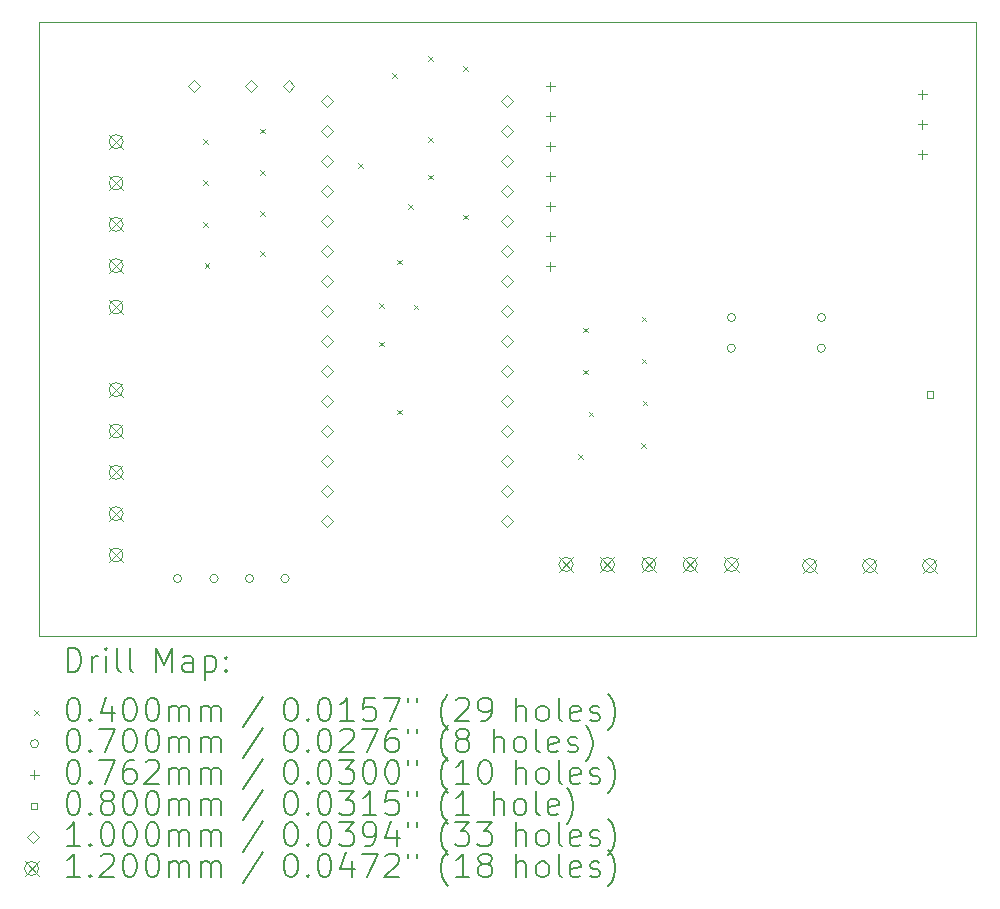
<source format=gbr>
%TF.GenerationSoftware,KiCad,Pcbnew,7.0.0-rc1-unknown-00d77f624a~164~ubuntu22.04.1*%
%TF.CreationDate,2023-01-15T10:56:28+01:00*%
%TF.ProjectId,lora-nano,6c6f7261-2d6e-4616-9e6f-2e6b69636164,rev?*%
%TF.SameCoordinates,Original*%
%TF.FileFunction,Drillmap*%
%TF.FilePolarity,Positive*%
%FSLAX45Y45*%
G04 Gerber Fmt 4.5, Leading zero omitted, Abs format (unit mm)*
G04 Created by KiCad (PCBNEW 7.0.0-rc1-unknown-00d77f624a~164~ubuntu22.04.1) date 2023-01-15 10:56:28*
%MOMM*%
%LPD*%
G01*
G04 APERTURE LIST*
%ADD10C,0.100000*%
%ADD11C,0.200000*%
%ADD12C,0.040000*%
%ADD13C,0.070000*%
%ADD14C,0.076200*%
%ADD15C,0.080000*%
%ADD16C,0.120000*%
G04 APERTURE END LIST*
D10*
X10970000Y-7330000D02*
X18900000Y-7330000D01*
X18900000Y-7330000D02*
X18900000Y-12530000D01*
X18900000Y-12530000D02*
X10970000Y-12530000D01*
X10970000Y-12530000D02*
X10970000Y-7330000D01*
D11*
D12*
X12360000Y-8320000D02*
X12400000Y-8360000D01*
X12400000Y-8320000D02*
X12360000Y-8360000D01*
X12360000Y-8670000D02*
X12400000Y-8710000D01*
X12400000Y-8670000D02*
X12360000Y-8710000D01*
X12360000Y-9020000D02*
X12400000Y-9060000D01*
X12400000Y-9020000D02*
X12360000Y-9060000D01*
X12370000Y-9370000D02*
X12410000Y-9410000D01*
X12410000Y-9370000D02*
X12370000Y-9410000D01*
X12840000Y-8230000D02*
X12880000Y-8270000D01*
X12880000Y-8230000D02*
X12840000Y-8270000D01*
X12840000Y-8580000D02*
X12880000Y-8620000D01*
X12880000Y-8580000D02*
X12840000Y-8620000D01*
X12840000Y-8930000D02*
X12880000Y-8970000D01*
X12880000Y-8930000D02*
X12840000Y-8970000D01*
X12840000Y-9270000D02*
X12880000Y-9310000D01*
X12880000Y-9270000D02*
X12840000Y-9310000D01*
X13670000Y-8520857D02*
X13710000Y-8560857D01*
X13710000Y-8520857D02*
X13670000Y-8560857D01*
X13850000Y-9710857D02*
X13890000Y-9750857D01*
X13890000Y-9710857D02*
X13850000Y-9750857D01*
X13850000Y-10035000D02*
X13890000Y-10075000D01*
X13890000Y-10035000D02*
X13850000Y-10075000D01*
X13960000Y-7760857D02*
X14000000Y-7800857D01*
X14000000Y-7760857D02*
X13960000Y-7800857D01*
X14000000Y-9340000D02*
X14040000Y-9380000D01*
X14040000Y-9340000D02*
X14000000Y-9380000D01*
X14000000Y-10610857D02*
X14040000Y-10650857D01*
X14040000Y-10610857D02*
X14000000Y-10650857D01*
X14090000Y-8870000D02*
X14130000Y-8910000D01*
X14130000Y-8870000D02*
X14090000Y-8910000D01*
X14140000Y-9720000D02*
X14180000Y-9760000D01*
X14180000Y-9720000D02*
X14140000Y-9760000D01*
X14260000Y-7620000D02*
X14300000Y-7660000D01*
X14300000Y-7620000D02*
X14260000Y-7660000D01*
X14260000Y-8300000D02*
X14300000Y-8340000D01*
X14300000Y-8300000D02*
X14260000Y-8340000D01*
X14260000Y-8620000D02*
X14300000Y-8660000D01*
X14300000Y-8620000D02*
X14260000Y-8660000D01*
X14560000Y-7700000D02*
X14600000Y-7740000D01*
X14600000Y-7700000D02*
X14560000Y-7740000D01*
X14560000Y-8960000D02*
X14600000Y-9000000D01*
X14600000Y-8960000D02*
X14560000Y-9000000D01*
X15530000Y-10989557D02*
X15570000Y-11029557D01*
X15570000Y-10989557D02*
X15530000Y-11029557D01*
X15572200Y-9916657D02*
X15612200Y-9956657D01*
X15612200Y-9916657D02*
X15572200Y-9956657D01*
X15572200Y-10272257D02*
X15612200Y-10312257D01*
X15612200Y-10272257D02*
X15572200Y-10312257D01*
X15620000Y-10627857D02*
X15660000Y-10667857D01*
X15660000Y-10627857D02*
X15620000Y-10667857D01*
X16066300Y-10894557D02*
X16106300Y-10934557D01*
X16106300Y-10894557D02*
X16066300Y-10934557D01*
X16070000Y-9821657D02*
X16110000Y-9861657D01*
X16110000Y-9821657D02*
X16070000Y-9861657D01*
X16070000Y-10177257D02*
X16110000Y-10217257D01*
X16110000Y-10177257D02*
X16070000Y-10217257D01*
X16078000Y-10532857D02*
X16118000Y-10572857D01*
X16118000Y-10532857D02*
X16078000Y-10572857D01*
D13*
X12175000Y-12040000D02*
G75*
G03*
X12175000Y-12040000I-35000J0D01*
G01*
X12485000Y-12040000D02*
G75*
G03*
X12485000Y-12040000I-35000J0D01*
G01*
X12785000Y-12040000D02*
G75*
G03*
X12785000Y-12040000I-35000J0D01*
G01*
X13085000Y-12040000D02*
G75*
G03*
X13085000Y-12040000I-35000J0D01*
G01*
X16863000Y-10090000D02*
G75*
G03*
X16863000Y-10090000I-35000J0D01*
G01*
X16865000Y-9830000D02*
G75*
G03*
X16865000Y-9830000I-35000J0D01*
G01*
X17625000Y-10090000D02*
G75*
G03*
X17625000Y-10090000I-35000J0D01*
G01*
X17627000Y-9830000D02*
G75*
G03*
X17627000Y-9830000I-35000J0D01*
G01*
D14*
X15296700Y-7831900D02*
X15296700Y-7908100D01*
X15258600Y-7870000D02*
X15334800Y-7870000D01*
X15296700Y-8085900D02*
X15296700Y-8162100D01*
X15258600Y-8124000D02*
X15334800Y-8124000D01*
X15296700Y-8339900D02*
X15296700Y-8416100D01*
X15258600Y-8378000D02*
X15334800Y-8378000D01*
X15296700Y-8593900D02*
X15296700Y-8670100D01*
X15258600Y-8632000D02*
X15334800Y-8632000D01*
X15296700Y-8847900D02*
X15296700Y-8924100D01*
X15258600Y-8886000D02*
X15334800Y-8886000D01*
X15296700Y-9101900D02*
X15296700Y-9178100D01*
X15258600Y-9140000D02*
X15334800Y-9140000D01*
X15296700Y-9355900D02*
X15296700Y-9432100D01*
X15258600Y-9394000D02*
X15334800Y-9394000D01*
X18446700Y-7901900D02*
X18446700Y-7978100D01*
X18408600Y-7940000D02*
X18484800Y-7940000D01*
X18446700Y-8155900D02*
X18446700Y-8232100D01*
X18408600Y-8194000D02*
X18484800Y-8194000D01*
X18446700Y-8409900D02*
X18446700Y-8486100D01*
X18408600Y-8448000D02*
X18484800Y-8448000D01*
D15*
X18538285Y-10508285D02*
X18538285Y-10451716D01*
X18481716Y-10451716D01*
X18481716Y-10508285D01*
X18538285Y-10508285D01*
D10*
X12280000Y-7920000D02*
X12330000Y-7870000D01*
X12280000Y-7820000D01*
X12230000Y-7870000D01*
X12280000Y-7920000D01*
X12760000Y-7920000D02*
X12810000Y-7870000D01*
X12760000Y-7820000D01*
X12710000Y-7870000D01*
X12760000Y-7920000D01*
X13080000Y-7920000D02*
X13130000Y-7870000D01*
X13080000Y-7820000D01*
X13030000Y-7870000D01*
X13080000Y-7920000D01*
X13408800Y-8043557D02*
X13458800Y-7993557D01*
X13408800Y-7943557D01*
X13358800Y-7993557D01*
X13408800Y-8043557D01*
X13408800Y-8297557D02*
X13458800Y-8247557D01*
X13408800Y-8197557D01*
X13358800Y-8247557D01*
X13408800Y-8297557D01*
X13408800Y-8551557D02*
X13458800Y-8501557D01*
X13408800Y-8451557D01*
X13358800Y-8501557D01*
X13408800Y-8551557D01*
X13408800Y-8805557D02*
X13458800Y-8755557D01*
X13408800Y-8705557D01*
X13358800Y-8755557D01*
X13408800Y-8805557D01*
X13408800Y-9059557D02*
X13458800Y-9009557D01*
X13408800Y-8959557D01*
X13358800Y-9009557D01*
X13408800Y-9059557D01*
X13408800Y-9313557D02*
X13458800Y-9263557D01*
X13408800Y-9213557D01*
X13358800Y-9263557D01*
X13408800Y-9313557D01*
X13408800Y-9567557D02*
X13458800Y-9517557D01*
X13408800Y-9467557D01*
X13358800Y-9517557D01*
X13408800Y-9567557D01*
X13408800Y-9821557D02*
X13458800Y-9771557D01*
X13408800Y-9721557D01*
X13358800Y-9771557D01*
X13408800Y-9821557D01*
X13408800Y-10075557D02*
X13458800Y-10025557D01*
X13408800Y-9975557D01*
X13358800Y-10025557D01*
X13408800Y-10075557D01*
X13408800Y-10329557D02*
X13458800Y-10279557D01*
X13408800Y-10229557D01*
X13358800Y-10279557D01*
X13408800Y-10329557D01*
X13408800Y-10583557D02*
X13458800Y-10533557D01*
X13408800Y-10483557D01*
X13358800Y-10533557D01*
X13408800Y-10583557D01*
X13408800Y-10837557D02*
X13458800Y-10787557D01*
X13408800Y-10737557D01*
X13358800Y-10787557D01*
X13408800Y-10837557D01*
X13408800Y-11091557D02*
X13458800Y-11041557D01*
X13408800Y-10991557D01*
X13358800Y-11041557D01*
X13408800Y-11091557D01*
X13408800Y-11345557D02*
X13458800Y-11295557D01*
X13408800Y-11245557D01*
X13358800Y-11295557D01*
X13408800Y-11345557D01*
X13408800Y-11599557D02*
X13458800Y-11549557D01*
X13408800Y-11499557D01*
X13358800Y-11549557D01*
X13408800Y-11599557D01*
X14932800Y-8043557D02*
X14982800Y-7993557D01*
X14932800Y-7943557D01*
X14882800Y-7993557D01*
X14932800Y-8043557D01*
X14932800Y-8297557D02*
X14982800Y-8247557D01*
X14932800Y-8197557D01*
X14882800Y-8247557D01*
X14932800Y-8297557D01*
X14932800Y-8551557D02*
X14982800Y-8501557D01*
X14932800Y-8451557D01*
X14882800Y-8501557D01*
X14932800Y-8551557D01*
X14932800Y-8805557D02*
X14982800Y-8755557D01*
X14932800Y-8705557D01*
X14882800Y-8755557D01*
X14932800Y-8805557D01*
X14932800Y-9059557D02*
X14982800Y-9009557D01*
X14932800Y-8959557D01*
X14882800Y-9009557D01*
X14932800Y-9059557D01*
X14932800Y-9313557D02*
X14982800Y-9263557D01*
X14932800Y-9213557D01*
X14882800Y-9263557D01*
X14932800Y-9313557D01*
X14932800Y-9567557D02*
X14982800Y-9517557D01*
X14932800Y-9467557D01*
X14882800Y-9517557D01*
X14932800Y-9567557D01*
X14932800Y-9821557D02*
X14982800Y-9771557D01*
X14932800Y-9721557D01*
X14882800Y-9771557D01*
X14932800Y-9821557D01*
X14932800Y-10075557D02*
X14982800Y-10025557D01*
X14932800Y-9975557D01*
X14882800Y-10025557D01*
X14932800Y-10075557D01*
X14932800Y-10329557D02*
X14982800Y-10279557D01*
X14932800Y-10229557D01*
X14882800Y-10279557D01*
X14932800Y-10329557D01*
X14932800Y-10583557D02*
X14982800Y-10533557D01*
X14932800Y-10483557D01*
X14882800Y-10533557D01*
X14932800Y-10583557D01*
X14932800Y-10837557D02*
X14982800Y-10787557D01*
X14932800Y-10737557D01*
X14882800Y-10787557D01*
X14932800Y-10837557D01*
X14932800Y-11091557D02*
X14982800Y-11041557D01*
X14932800Y-10991557D01*
X14882800Y-11041557D01*
X14932800Y-11091557D01*
X14932800Y-11345557D02*
X14982800Y-11295557D01*
X14932800Y-11245557D01*
X14882800Y-11295557D01*
X14932800Y-11345557D01*
X14932800Y-11599557D02*
X14982800Y-11549557D01*
X14932800Y-11499557D01*
X14882800Y-11549557D01*
X14932800Y-11599557D01*
D16*
X11560000Y-8280857D02*
X11680000Y-8400857D01*
X11680000Y-8280857D02*
X11560000Y-8400857D01*
X11680000Y-8340857D02*
G75*
G03*
X11680000Y-8340857I-60000J0D01*
G01*
X11560000Y-8630857D02*
X11680000Y-8750857D01*
X11680000Y-8630857D02*
X11560000Y-8750857D01*
X11680000Y-8690857D02*
G75*
G03*
X11680000Y-8690857I-60000J0D01*
G01*
X11560000Y-8980857D02*
X11680000Y-9100857D01*
X11680000Y-8980857D02*
X11560000Y-9100857D01*
X11680000Y-9040857D02*
G75*
G03*
X11680000Y-9040857I-60000J0D01*
G01*
X11560000Y-9330857D02*
X11680000Y-9450857D01*
X11680000Y-9330857D02*
X11560000Y-9450857D01*
X11680000Y-9390857D02*
G75*
G03*
X11680000Y-9390857I-60000J0D01*
G01*
X11560000Y-9680857D02*
X11680000Y-9800857D01*
X11680000Y-9680857D02*
X11560000Y-9800857D01*
X11680000Y-9740857D02*
G75*
G03*
X11680000Y-9740857I-60000J0D01*
G01*
X11560000Y-10380857D02*
X11680000Y-10500857D01*
X11680000Y-10380857D02*
X11560000Y-10500857D01*
X11680000Y-10440857D02*
G75*
G03*
X11680000Y-10440857I-60000J0D01*
G01*
X11560000Y-10730857D02*
X11680000Y-10850857D01*
X11680000Y-10730857D02*
X11560000Y-10850857D01*
X11680000Y-10790857D02*
G75*
G03*
X11680000Y-10790857I-60000J0D01*
G01*
X11560000Y-11080857D02*
X11680000Y-11200857D01*
X11680000Y-11080857D02*
X11560000Y-11200857D01*
X11680000Y-11140857D02*
G75*
G03*
X11680000Y-11140857I-60000J0D01*
G01*
X11560000Y-11430857D02*
X11680000Y-11550857D01*
X11680000Y-11430857D02*
X11560000Y-11550857D01*
X11680000Y-11490857D02*
G75*
G03*
X11680000Y-11490857I-60000J0D01*
G01*
X11560000Y-11780857D02*
X11680000Y-11900857D01*
X11680000Y-11780857D02*
X11560000Y-11900857D01*
X11680000Y-11840857D02*
G75*
G03*
X11680000Y-11840857I-60000J0D01*
G01*
X15370000Y-11860857D02*
X15490000Y-11980857D01*
X15490000Y-11860857D02*
X15370000Y-11980857D01*
X15490000Y-11920857D02*
G75*
G03*
X15490000Y-11920857I-60000J0D01*
G01*
X15720000Y-11860857D02*
X15840000Y-11980857D01*
X15840000Y-11860857D02*
X15720000Y-11980857D01*
X15840000Y-11920857D02*
G75*
G03*
X15840000Y-11920857I-60000J0D01*
G01*
X16070000Y-11860857D02*
X16190000Y-11980857D01*
X16190000Y-11860857D02*
X16070000Y-11980857D01*
X16190000Y-11920857D02*
G75*
G03*
X16190000Y-11920857I-60000J0D01*
G01*
X16420000Y-11860857D02*
X16540000Y-11980857D01*
X16540000Y-11860857D02*
X16420000Y-11980857D01*
X16540000Y-11920857D02*
G75*
G03*
X16540000Y-11920857I-60000J0D01*
G01*
X16770000Y-11860857D02*
X16890000Y-11980857D01*
X16890000Y-11860857D02*
X16770000Y-11980857D01*
X16890000Y-11920857D02*
G75*
G03*
X16890000Y-11920857I-60000J0D01*
G01*
X17432000Y-11870557D02*
X17552000Y-11990557D01*
X17552000Y-11870557D02*
X17432000Y-11990557D01*
X17552000Y-11930557D02*
G75*
G03*
X17552000Y-11930557I-60000J0D01*
G01*
X17940000Y-11870557D02*
X18060000Y-11990557D01*
X18060000Y-11870557D02*
X17940000Y-11990557D01*
X18060000Y-11930557D02*
G75*
G03*
X18060000Y-11930557I-60000J0D01*
G01*
X18448000Y-11870557D02*
X18568000Y-11990557D01*
X18568000Y-11870557D02*
X18448000Y-11990557D01*
X18568000Y-11930557D02*
G75*
G03*
X18568000Y-11930557I-60000J0D01*
G01*
D11*
X11212619Y-12828476D02*
X11212619Y-12628476D01*
X11212619Y-12628476D02*
X11260238Y-12628476D01*
X11260238Y-12628476D02*
X11288809Y-12638000D01*
X11288809Y-12638000D02*
X11307857Y-12657048D01*
X11307857Y-12657048D02*
X11317381Y-12676095D01*
X11317381Y-12676095D02*
X11326905Y-12714190D01*
X11326905Y-12714190D02*
X11326905Y-12742762D01*
X11326905Y-12742762D02*
X11317381Y-12780857D01*
X11317381Y-12780857D02*
X11307857Y-12799905D01*
X11307857Y-12799905D02*
X11288809Y-12818952D01*
X11288809Y-12818952D02*
X11260238Y-12828476D01*
X11260238Y-12828476D02*
X11212619Y-12828476D01*
X11412619Y-12828476D02*
X11412619Y-12695143D01*
X11412619Y-12733238D02*
X11422143Y-12714190D01*
X11422143Y-12714190D02*
X11431667Y-12704667D01*
X11431667Y-12704667D02*
X11450714Y-12695143D01*
X11450714Y-12695143D02*
X11469762Y-12695143D01*
X11536428Y-12828476D02*
X11536428Y-12695143D01*
X11536428Y-12628476D02*
X11526905Y-12638000D01*
X11526905Y-12638000D02*
X11536428Y-12647524D01*
X11536428Y-12647524D02*
X11545952Y-12638000D01*
X11545952Y-12638000D02*
X11536428Y-12628476D01*
X11536428Y-12628476D02*
X11536428Y-12647524D01*
X11660238Y-12828476D02*
X11641190Y-12818952D01*
X11641190Y-12818952D02*
X11631667Y-12799905D01*
X11631667Y-12799905D02*
X11631667Y-12628476D01*
X11765000Y-12828476D02*
X11745952Y-12818952D01*
X11745952Y-12818952D02*
X11736428Y-12799905D01*
X11736428Y-12799905D02*
X11736428Y-12628476D01*
X11961190Y-12828476D02*
X11961190Y-12628476D01*
X11961190Y-12628476D02*
X12027857Y-12771333D01*
X12027857Y-12771333D02*
X12094524Y-12628476D01*
X12094524Y-12628476D02*
X12094524Y-12828476D01*
X12275476Y-12828476D02*
X12275476Y-12723714D01*
X12275476Y-12723714D02*
X12265952Y-12704667D01*
X12265952Y-12704667D02*
X12246905Y-12695143D01*
X12246905Y-12695143D02*
X12208809Y-12695143D01*
X12208809Y-12695143D02*
X12189762Y-12704667D01*
X12275476Y-12818952D02*
X12256428Y-12828476D01*
X12256428Y-12828476D02*
X12208809Y-12828476D01*
X12208809Y-12828476D02*
X12189762Y-12818952D01*
X12189762Y-12818952D02*
X12180238Y-12799905D01*
X12180238Y-12799905D02*
X12180238Y-12780857D01*
X12180238Y-12780857D02*
X12189762Y-12761809D01*
X12189762Y-12761809D02*
X12208809Y-12752286D01*
X12208809Y-12752286D02*
X12256428Y-12752286D01*
X12256428Y-12752286D02*
X12275476Y-12742762D01*
X12370714Y-12695143D02*
X12370714Y-12895143D01*
X12370714Y-12704667D02*
X12389762Y-12695143D01*
X12389762Y-12695143D02*
X12427857Y-12695143D01*
X12427857Y-12695143D02*
X12446905Y-12704667D01*
X12446905Y-12704667D02*
X12456428Y-12714190D01*
X12456428Y-12714190D02*
X12465952Y-12733238D01*
X12465952Y-12733238D02*
X12465952Y-12790381D01*
X12465952Y-12790381D02*
X12456428Y-12809428D01*
X12456428Y-12809428D02*
X12446905Y-12818952D01*
X12446905Y-12818952D02*
X12427857Y-12828476D01*
X12427857Y-12828476D02*
X12389762Y-12828476D01*
X12389762Y-12828476D02*
X12370714Y-12818952D01*
X12551667Y-12809428D02*
X12561190Y-12818952D01*
X12561190Y-12818952D02*
X12551667Y-12828476D01*
X12551667Y-12828476D02*
X12542143Y-12818952D01*
X12542143Y-12818952D02*
X12551667Y-12809428D01*
X12551667Y-12809428D02*
X12551667Y-12828476D01*
X12551667Y-12704667D02*
X12561190Y-12714190D01*
X12561190Y-12714190D02*
X12551667Y-12723714D01*
X12551667Y-12723714D02*
X12542143Y-12714190D01*
X12542143Y-12714190D02*
X12551667Y-12704667D01*
X12551667Y-12704667D02*
X12551667Y-12723714D01*
D12*
X10925000Y-13155000D02*
X10965000Y-13195000D01*
X10965000Y-13155000D02*
X10925000Y-13195000D01*
D11*
X11250714Y-13048476D02*
X11269762Y-13048476D01*
X11269762Y-13048476D02*
X11288809Y-13058000D01*
X11288809Y-13058000D02*
X11298333Y-13067524D01*
X11298333Y-13067524D02*
X11307857Y-13086571D01*
X11307857Y-13086571D02*
X11317381Y-13124667D01*
X11317381Y-13124667D02*
X11317381Y-13172286D01*
X11317381Y-13172286D02*
X11307857Y-13210381D01*
X11307857Y-13210381D02*
X11298333Y-13229428D01*
X11298333Y-13229428D02*
X11288809Y-13238952D01*
X11288809Y-13238952D02*
X11269762Y-13248476D01*
X11269762Y-13248476D02*
X11250714Y-13248476D01*
X11250714Y-13248476D02*
X11231667Y-13238952D01*
X11231667Y-13238952D02*
X11222143Y-13229428D01*
X11222143Y-13229428D02*
X11212619Y-13210381D01*
X11212619Y-13210381D02*
X11203095Y-13172286D01*
X11203095Y-13172286D02*
X11203095Y-13124667D01*
X11203095Y-13124667D02*
X11212619Y-13086571D01*
X11212619Y-13086571D02*
X11222143Y-13067524D01*
X11222143Y-13067524D02*
X11231667Y-13058000D01*
X11231667Y-13058000D02*
X11250714Y-13048476D01*
X11403095Y-13229428D02*
X11412619Y-13238952D01*
X11412619Y-13238952D02*
X11403095Y-13248476D01*
X11403095Y-13248476D02*
X11393571Y-13238952D01*
X11393571Y-13238952D02*
X11403095Y-13229428D01*
X11403095Y-13229428D02*
X11403095Y-13248476D01*
X11584048Y-13115143D02*
X11584048Y-13248476D01*
X11536428Y-13038952D02*
X11488809Y-13181809D01*
X11488809Y-13181809D02*
X11612619Y-13181809D01*
X11726905Y-13048476D02*
X11745952Y-13048476D01*
X11745952Y-13048476D02*
X11765000Y-13058000D01*
X11765000Y-13058000D02*
X11774524Y-13067524D01*
X11774524Y-13067524D02*
X11784048Y-13086571D01*
X11784048Y-13086571D02*
X11793571Y-13124667D01*
X11793571Y-13124667D02*
X11793571Y-13172286D01*
X11793571Y-13172286D02*
X11784048Y-13210381D01*
X11784048Y-13210381D02*
X11774524Y-13229428D01*
X11774524Y-13229428D02*
X11765000Y-13238952D01*
X11765000Y-13238952D02*
X11745952Y-13248476D01*
X11745952Y-13248476D02*
X11726905Y-13248476D01*
X11726905Y-13248476D02*
X11707857Y-13238952D01*
X11707857Y-13238952D02*
X11698333Y-13229428D01*
X11698333Y-13229428D02*
X11688809Y-13210381D01*
X11688809Y-13210381D02*
X11679286Y-13172286D01*
X11679286Y-13172286D02*
X11679286Y-13124667D01*
X11679286Y-13124667D02*
X11688809Y-13086571D01*
X11688809Y-13086571D02*
X11698333Y-13067524D01*
X11698333Y-13067524D02*
X11707857Y-13058000D01*
X11707857Y-13058000D02*
X11726905Y-13048476D01*
X11917381Y-13048476D02*
X11936429Y-13048476D01*
X11936429Y-13048476D02*
X11955476Y-13058000D01*
X11955476Y-13058000D02*
X11965000Y-13067524D01*
X11965000Y-13067524D02*
X11974524Y-13086571D01*
X11974524Y-13086571D02*
X11984048Y-13124667D01*
X11984048Y-13124667D02*
X11984048Y-13172286D01*
X11984048Y-13172286D02*
X11974524Y-13210381D01*
X11974524Y-13210381D02*
X11965000Y-13229428D01*
X11965000Y-13229428D02*
X11955476Y-13238952D01*
X11955476Y-13238952D02*
X11936429Y-13248476D01*
X11936429Y-13248476D02*
X11917381Y-13248476D01*
X11917381Y-13248476D02*
X11898333Y-13238952D01*
X11898333Y-13238952D02*
X11888809Y-13229428D01*
X11888809Y-13229428D02*
X11879286Y-13210381D01*
X11879286Y-13210381D02*
X11869762Y-13172286D01*
X11869762Y-13172286D02*
X11869762Y-13124667D01*
X11869762Y-13124667D02*
X11879286Y-13086571D01*
X11879286Y-13086571D02*
X11888809Y-13067524D01*
X11888809Y-13067524D02*
X11898333Y-13058000D01*
X11898333Y-13058000D02*
X11917381Y-13048476D01*
X12069762Y-13248476D02*
X12069762Y-13115143D01*
X12069762Y-13134190D02*
X12079286Y-13124667D01*
X12079286Y-13124667D02*
X12098333Y-13115143D01*
X12098333Y-13115143D02*
X12126905Y-13115143D01*
X12126905Y-13115143D02*
X12145952Y-13124667D01*
X12145952Y-13124667D02*
X12155476Y-13143714D01*
X12155476Y-13143714D02*
X12155476Y-13248476D01*
X12155476Y-13143714D02*
X12165000Y-13124667D01*
X12165000Y-13124667D02*
X12184048Y-13115143D01*
X12184048Y-13115143D02*
X12212619Y-13115143D01*
X12212619Y-13115143D02*
X12231667Y-13124667D01*
X12231667Y-13124667D02*
X12241190Y-13143714D01*
X12241190Y-13143714D02*
X12241190Y-13248476D01*
X12336429Y-13248476D02*
X12336429Y-13115143D01*
X12336429Y-13134190D02*
X12345952Y-13124667D01*
X12345952Y-13124667D02*
X12365000Y-13115143D01*
X12365000Y-13115143D02*
X12393571Y-13115143D01*
X12393571Y-13115143D02*
X12412619Y-13124667D01*
X12412619Y-13124667D02*
X12422143Y-13143714D01*
X12422143Y-13143714D02*
X12422143Y-13248476D01*
X12422143Y-13143714D02*
X12431667Y-13124667D01*
X12431667Y-13124667D02*
X12450714Y-13115143D01*
X12450714Y-13115143D02*
X12479286Y-13115143D01*
X12479286Y-13115143D02*
X12498333Y-13124667D01*
X12498333Y-13124667D02*
X12507857Y-13143714D01*
X12507857Y-13143714D02*
X12507857Y-13248476D01*
X12865952Y-13038952D02*
X12694524Y-13296095D01*
X13090714Y-13048476D02*
X13109762Y-13048476D01*
X13109762Y-13048476D02*
X13128810Y-13058000D01*
X13128810Y-13058000D02*
X13138333Y-13067524D01*
X13138333Y-13067524D02*
X13147857Y-13086571D01*
X13147857Y-13086571D02*
X13157381Y-13124667D01*
X13157381Y-13124667D02*
X13157381Y-13172286D01*
X13157381Y-13172286D02*
X13147857Y-13210381D01*
X13147857Y-13210381D02*
X13138333Y-13229428D01*
X13138333Y-13229428D02*
X13128810Y-13238952D01*
X13128810Y-13238952D02*
X13109762Y-13248476D01*
X13109762Y-13248476D02*
X13090714Y-13248476D01*
X13090714Y-13248476D02*
X13071667Y-13238952D01*
X13071667Y-13238952D02*
X13062143Y-13229428D01*
X13062143Y-13229428D02*
X13052619Y-13210381D01*
X13052619Y-13210381D02*
X13043095Y-13172286D01*
X13043095Y-13172286D02*
X13043095Y-13124667D01*
X13043095Y-13124667D02*
X13052619Y-13086571D01*
X13052619Y-13086571D02*
X13062143Y-13067524D01*
X13062143Y-13067524D02*
X13071667Y-13058000D01*
X13071667Y-13058000D02*
X13090714Y-13048476D01*
X13243095Y-13229428D02*
X13252619Y-13238952D01*
X13252619Y-13238952D02*
X13243095Y-13248476D01*
X13243095Y-13248476D02*
X13233571Y-13238952D01*
X13233571Y-13238952D02*
X13243095Y-13229428D01*
X13243095Y-13229428D02*
X13243095Y-13248476D01*
X13376429Y-13048476D02*
X13395476Y-13048476D01*
X13395476Y-13048476D02*
X13414524Y-13058000D01*
X13414524Y-13058000D02*
X13424048Y-13067524D01*
X13424048Y-13067524D02*
X13433571Y-13086571D01*
X13433571Y-13086571D02*
X13443095Y-13124667D01*
X13443095Y-13124667D02*
X13443095Y-13172286D01*
X13443095Y-13172286D02*
X13433571Y-13210381D01*
X13433571Y-13210381D02*
X13424048Y-13229428D01*
X13424048Y-13229428D02*
X13414524Y-13238952D01*
X13414524Y-13238952D02*
X13395476Y-13248476D01*
X13395476Y-13248476D02*
X13376429Y-13248476D01*
X13376429Y-13248476D02*
X13357381Y-13238952D01*
X13357381Y-13238952D02*
X13347857Y-13229428D01*
X13347857Y-13229428D02*
X13338333Y-13210381D01*
X13338333Y-13210381D02*
X13328810Y-13172286D01*
X13328810Y-13172286D02*
X13328810Y-13124667D01*
X13328810Y-13124667D02*
X13338333Y-13086571D01*
X13338333Y-13086571D02*
X13347857Y-13067524D01*
X13347857Y-13067524D02*
X13357381Y-13058000D01*
X13357381Y-13058000D02*
X13376429Y-13048476D01*
X13633571Y-13248476D02*
X13519286Y-13248476D01*
X13576429Y-13248476D02*
X13576429Y-13048476D01*
X13576429Y-13048476D02*
X13557381Y-13077048D01*
X13557381Y-13077048D02*
X13538333Y-13096095D01*
X13538333Y-13096095D02*
X13519286Y-13105619D01*
X13814524Y-13048476D02*
X13719286Y-13048476D01*
X13719286Y-13048476D02*
X13709762Y-13143714D01*
X13709762Y-13143714D02*
X13719286Y-13134190D01*
X13719286Y-13134190D02*
X13738333Y-13124667D01*
X13738333Y-13124667D02*
X13785952Y-13124667D01*
X13785952Y-13124667D02*
X13805000Y-13134190D01*
X13805000Y-13134190D02*
X13814524Y-13143714D01*
X13814524Y-13143714D02*
X13824048Y-13162762D01*
X13824048Y-13162762D02*
X13824048Y-13210381D01*
X13824048Y-13210381D02*
X13814524Y-13229428D01*
X13814524Y-13229428D02*
X13805000Y-13238952D01*
X13805000Y-13238952D02*
X13785952Y-13248476D01*
X13785952Y-13248476D02*
X13738333Y-13248476D01*
X13738333Y-13248476D02*
X13719286Y-13238952D01*
X13719286Y-13238952D02*
X13709762Y-13229428D01*
X13890714Y-13048476D02*
X14024048Y-13048476D01*
X14024048Y-13048476D02*
X13938333Y-13248476D01*
X14090714Y-13048476D02*
X14090714Y-13086571D01*
X14166905Y-13048476D02*
X14166905Y-13086571D01*
X14429762Y-13324667D02*
X14420238Y-13315143D01*
X14420238Y-13315143D02*
X14401191Y-13286571D01*
X14401191Y-13286571D02*
X14391667Y-13267524D01*
X14391667Y-13267524D02*
X14382143Y-13238952D01*
X14382143Y-13238952D02*
X14372619Y-13191333D01*
X14372619Y-13191333D02*
X14372619Y-13153238D01*
X14372619Y-13153238D02*
X14382143Y-13105619D01*
X14382143Y-13105619D02*
X14391667Y-13077048D01*
X14391667Y-13077048D02*
X14401191Y-13058000D01*
X14401191Y-13058000D02*
X14420238Y-13029428D01*
X14420238Y-13029428D02*
X14429762Y-13019905D01*
X14496429Y-13067524D02*
X14505952Y-13058000D01*
X14505952Y-13058000D02*
X14525000Y-13048476D01*
X14525000Y-13048476D02*
X14572619Y-13048476D01*
X14572619Y-13048476D02*
X14591667Y-13058000D01*
X14591667Y-13058000D02*
X14601191Y-13067524D01*
X14601191Y-13067524D02*
X14610714Y-13086571D01*
X14610714Y-13086571D02*
X14610714Y-13105619D01*
X14610714Y-13105619D02*
X14601191Y-13134190D01*
X14601191Y-13134190D02*
X14486905Y-13248476D01*
X14486905Y-13248476D02*
X14610714Y-13248476D01*
X14705952Y-13248476D02*
X14744048Y-13248476D01*
X14744048Y-13248476D02*
X14763095Y-13238952D01*
X14763095Y-13238952D02*
X14772619Y-13229428D01*
X14772619Y-13229428D02*
X14791667Y-13200857D01*
X14791667Y-13200857D02*
X14801191Y-13162762D01*
X14801191Y-13162762D02*
X14801191Y-13086571D01*
X14801191Y-13086571D02*
X14791667Y-13067524D01*
X14791667Y-13067524D02*
X14782143Y-13058000D01*
X14782143Y-13058000D02*
X14763095Y-13048476D01*
X14763095Y-13048476D02*
X14725000Y-13048476D01*
X14725000Y-13048476D02*
X14705952Y-13058000D01*
X14705952Y-13058000D02*
X14696429Y-13067524D01*
X14696429Y-13067524D02*
X14686905Y-13086571D01*
X14686905Y-13086571D02*
X14686905Y-13134190D01*
X14686905Y-13134190D02*
X14696429Y-13153238D01*
X14696429Y-13153238D02*
X14705952Y-13162762D01*
X14705952Y-13162762D02*
X14725000Y-13172286D01*
X14725000Y-13172286D02*
X14763095Y-13172286D01*
X14763095Y-13172286D02*
X14782143Y-13162762D01*
X14782143Y-13162762D02*
X14791667Y-13153238D01*
X14791667Y-13153238D02*
X14801191Y-13134190D01*
X15006905Y-13248476D02*
X15006905Y-13048476D01*
X15092619Y-13248476D02*
X15092619Y-13143714D01*
X15092619Y-13143714D02*
X15083095Y-13124667D01*
X15083095Y-13124667D02*
X15064048Y-13115143D01*
X15064048Y-13115143D02*
X15035476Y-13115143D01*
X15035476Y-13115143D02*
X15016429Y-13124667D01*
X15016429Y-13124667D02*
X15006905Y-13134190D01*
X15216429Y-13248476D02*
X15197381Y-13238952D01*
X15197381Y-13238952D02*
X15187857Y-13229428D01*
X15187857Y-13229428D02*
X15178333Y-13210381D01*
X15178333Y-13210381D02*
X15178333Y-13153238D01*
X15178333Y-13153238D02*
X15187857Y-13134190D01*
X15187857Y-13134190D02*
X15197381Y-13124667D01*
X15197381Y-13124667D02*
X15216429Y-13115143D01*
X15216429Y-13115143D02*
X15245000Y-13115143D01*
X15245000Y-13115143D02*
X15264048Y-13124667D01*
X15264048Y-13124667D02*
X15273572Y-13134190D01*
X15273572Y-13134190D02*
X15283095Y-13153238D01*
X15283095Y-13153238D02*
X15283095Y-13210381D01*
X15283095Y-13210381D02*
X15273572Y-13229428D01*
X15273572Y-13229428D02*
X15264048Y-13238952D01*
X15264048Y-13238952D02*
X15245000Y-13248476D01*
X15245000Y-13248476D02*
X15216429Y-13248476D01*
X15397381Y-13248476D02*
X15378333Y-13238952D01*
X15378333Y-13238952D02*
X15368810Y-13219905D01*
X15368810Y-13219905D02*
X15368810Y-13048476D01*
X15549762Y-13238952D02*
X15530714Y-13248476D01*
X15530714Y-13248476D02*
X15492619Y-13248476D01*
X15492619Y-13248476D02*
X15473572Y-13238952D01*
X15473572Y-13238952D02*
X15464048Y-13219905D01*
X15464048Y-13219905D02*
X15464048Y-13143714D01*
X15464048Y-13143714D02*
X15473572Y-13124667D01*
X15473572Y-13124667D02*
X15492619Y-13115143D01*
X15492619Y-13115143D02*
X15530714Y-13115143D01*
X15530714Y-13115143D02*
X15549762Y-13124667D01*
X15549762Y-13124667D02*
X15559286Y-13143714D01*
X15559286Y-13143714D02*
X15559286Y-13162762D01*
X15559286Y-13162762D02*
X15464048Y-13181809D01*
X15635476Y-13238952D02*
X15654524Y-13248476D01*
X15654524Y-13248476D02*
X15692619Y-13248476D01*
X15692619Y-13248476D02*
X15711667Y-13238952D01*
X15711667Y-13238952D02*
X15721191Y-13219905D01*
X15721191Y-13219905D02*
X15721191Y-13210381D01*
X15721191Y-13210381D02*
X15711667Y-13191333D01*
X15711667Y-13191333D02*
X15692619Y-13181809D01*
X15692619Y-13181809D02*
X15664048Y-13181809D01*
X15664048Y-13181809D02*
X15645000Y-13172286D01*
X15645000Y-13172286D02*
X15635476Y-13153238D01*
X15635476Y-13153238D02*
X15635476Y-13143714D01*
X15635476Y-13143714D02*
X15645000Y-13124667D01*
X15645000Y-13124667D02*
X15664048Y-13115143D01*
X15664048Y-13115143D02*
X15692619Y-13115143D01*
X15692619Y-13115143D02*
X15711667Y-13124667D01*
X15787857Y-13324667D02*
X15797381Y-13315143D01*
X15797381Y-13315143D02*
X15816429Y-13286571D01*
X15816429Y-13286571D02*
X15825953Y-13267524D01*
X15825953Y-13267524D02*
X15835476Y-13238952D01*
X15835476Y-13238952D02*
X15845000Y-13191333D01*
X15845000Y-13191333D02*
X15845000Y-13153238D01*
X15845000Y-13153238D02*
X15835476Y-13105619D01*
X15835476Y-13105619D02*
X15825953Y-13077048D01*
X15825953Y-13077048D02*
X15816429Y-13058000D01*
X15816429Y-13058000D02*
X15797381Y-13029428D01*
X15797381Y-13029428D02*
X15787857Y-13019905D01*
D13*
X10965000Y-13439000D02*
G75*
G03*
X10965000Y-13439000I-35000J0D01*
G01*
D11*
X11250714Y-13312476D02*
X11269762Y-13312476D01*
X11269762Y-13312476D02*
X11288809Y-13322000D01*
X11288809Y-13322000D02*
X11298333Y-13331524D01*
X11298333Y-13331524D02*
X11307857Y-13350571D01*
X11307857Y-13350571D02*
X11317381Y-13388667D01*
X11317381Y-13388667D02*
X11317381Y-13436286D01*
X11317381Y-13436286D02*
X11307857Y-13474381D01*
X11307857Y-13474381D02*
X11298333Y-13493428D01*
X11298333Y-13493428D02*
X11288809Y-13502952D01*
X11288809Y-13502952D02*
X11269762Y-13512476D01*
X11269762Y-13512476D02*
X11250714Y-13512476D01*
X11250714Y-13512476D02*
X11231667Y-13502952D01*
X11231667Y-13502952D02*
X11222143Y-13493428D01*
X11222143Y-13493428D02*
X11212619Y-13474381D01*
X11212619Y-13474381D02*
X11203095Y-13436286D01*
X11203095Y-13436286D02*
X11203095Y-13388667D01*
X11203095Y-13388667D02*
X11212619Y-13350571D01*
X11212619Y-13350571D02*
X11222143Y-13331524D01*
X11222143Y-13331524D02*
X11231667Y-13322000D01*
X11231667Y-13322000D02*
X11250714Y-13312476D01*
X11403095Y-13493428D02*
X11412619Y-13502952D01*
X11412619Y-13502952D02*
X11403095Y-13512476D01*
X11403095Y-13512476D02*
X11393571Y-13502952D01*
X11393571Y-13502952D02*
X11403095Y-13493428D01*
X11403095Y-13493428D02*
X11403095Y-13512476D01*
X11479286Y-13312476D02*
X11612619Y-13312476D01*
X11612619Y-13312476D02*
X11526905Y-13512476D01*
X11726905Y-13312476D02*
X11745952Y-13312476D01*
X11745952Y-13312476D02*
X11765000Y-13322000D01*
X11765000Y-13322000D02*
X11774524Y-13331524D01*
X11774524Y-13331524D02*
X11784048Y-13350571D01*
X11784048Y-13350571D02*
X11793571Y-13388667D01*
X11793571Y-13388667D02*
X11793571Y-13436286D01*
X11793571Y-13436286D02*
X11784048Y-13474381D01*
X11784048Y-13474381D02*
X11774524Y-13493428D01*
X11774524Y-13493428D02*
X11765000Y-13502952D01*
X11765000Y-13502952D02*
X11745952Y-13512476D01*
X11745952Y-13512476D02*
X11726905Y-13512476D01*
X11726905Y-13512476D02*
X11707857Y-13502952D01*
X11707857Y-13502952D02*
X11698333Y-13493428D01*
X11698333Y-13493428D02*
X11688809Y-13474381D01*
X11688809Y-13474381D02*
X11679286Y-13436286D01*
X11679286Y-13436286D02*
X11679286Y-13388667D01*
X11679286Y-13388667D02*
X11688809Y-13350571D01*
X11688809Y-13350571D02*
X11698333Y-13331524D01*
X11698333Y-13331524D02*
X11707857Y-13322000D01*
X11707857Y-13322000D02*
X11726905Y-13312476D01*
X11917381Y-13312476D02*
X11936429Y-13312476D01*
X11936429Y-13312476D02*
X11955476Y-13322000D01*
X11955476Y-13322000D02*
X11965000Y-13331524D01*
X11965000Y-13331524D02*
X11974524Y-13350571D01*
X11974524Y-13350571D02*
X11984048Y-13388667D01*
X11984048Y-13388667D02*
X11984048Y-13436286D01*
X11984048Y-13436286D02*
X11974524Y-13474381D01*
X11974524Y-13474381D02*
X11965000Y-13493428D01*
X11965000Y-13493428D02*
X11955476Y-13502952D01*
X11955476Y-13502952D02*
X11936429Y-13512476D01*
X11936429Y-13512476D02*
X11917381Y-13512476D01*
X11917381Y-13512476D02*
X11898333Y-13502952D01*
X11898333Y-13502952D02*
X11888809Y-13493428D01*
X11888809Y-13493428D02*
X11879286Y-13474381D01*
X11879286Y-13474381D02*
X11869762Y-13436286D01*
X11869762Y-13436286D02*
X11869762Y-13388667D01*
X11869762Y-13388667D02*
X11879286Y-13350571D01*
X11879286Y-13350571D02*
X11888809Y-13331524D01*
X11888809Y-13331524D02*
X11898333Y-13322000D01*
X11898333Y-13322000D02*
X11917381Y-13312476D01*
X12069762Y-13512476D02*
X12069762Y-13379143D01*
X12069762Y-13398190D02*
X12079286Y-13388667D01*
X12079286Y-13388667D02*
X12098333Y-13379143D01*
X12098333Y-13379143D02*
X12126905Y-13379143D01*
X12126905Y-13379143D02*
X12145952Y-13388667D01*
X12145952Y-13388667D02*
X12155476Y-13407714D01*
X12155476Y-13407714D02*
X12155476Y-13512476D01*
X12155476Y-13407714D02*
X12165000Y-13388667D01*
X12165000Y-13388667D02*
X12184048Y-13379143D01*
X12184048Y-13379143D02*
X12212619Y-13379143D01*
X12212619Y-13379143D02*
X12231667Y-13388667D01*
X12231667Y-13388667D02*
X12241190Y-13407714D01*
X12241190Y-13407714D02*
X12241190Y-13512476D01*
X12336429Y-13512476D02*
X12336429Y-13379143D01*
X12336429Y-13398190D02*
X12345952Y-13388667D01*
X12345952Y-13388667D02*
X12365000Y-13379143D01*
X12365000Y-13379143D02*
X12393571Y-13379143D01*
X12393571Y-13379143D02*
X12412619Y-13388667D01*
X12412619Y-13388667D02*
X12422143Y-13407714D01*
X12422143Y-13407714D02*
X12422143Y-13512476D01*
X12422143Y-13407714D02*
X12431667Y-13388667D01*
X12431667Y-13388667D02*
X12450714Y-13379143D01*
X12450714Y-13379143D02*
X12479286Y-13379143D01*
X12479286Y-13379143D02*
X12498333Y-13388667D01*
X12498333Y-13388667D02*
X12507857Y-13407714D01*
X12507857Y-13407714D02*
X12507857Y-13512476D01*
X12865952Y-13302952D02*
X12694524Y-13560095D01*
X13090714Y-13312476D02*
X13109762Y-13312476D01*
X13109762Y-13312476D02*
X13128810Y-13322000D01*
X13128810Y-13322000D02*
X13138333Y-13331524D01*
X13138333Y-13331524D02*
X13147857Y-13350571D01*
X13147857Y-13350571D02*
X13157381Y-13388667D01*
X13157381Y-13388667D02*
X13157381Y-13436286D01*
X13157381Y-13436286D02*
X13147857Y-13474381D01*
X13147857Y-13474381D02*
X13138333Y-13493428D01*
X13138333Y-13493428D02*
X13128810Y-13502952D01*
X13128810Y-13502952D02*
X13109762Y-13512476D01*
X13109762Y-13512476D02*
X13090714Y-13512476D01*
X13090714Y-13512476D02*
X13071667Y-13502952D01*
X13071667Y-13502952D02*
X13062143Y-13493428D01*
X13062143Y-13493428D02*
X13052619Y-13474381D01*
X13052619Y-13474381D02*
X13043095Y-13436286D01*
X13043095Y-13436286D02*
X13043095Y-13388667D01*
X13043095Y-13388667D02*
X13052619Y-13350571D01*
X13052619Y-13350571D02*
X13062143Y-13331524D01*
X13062143Y-13331524D02*
X13071667Y-13322000D01*
X13071667Y-13322000D02*
X13090714Y-13312476D01*
X13243095Y-13493428D02*
X13252619Y-13502952D01*
X13252619Y-13502952D02*
X13243095Y-13512476D01*
X13243095Y-13512476D02*
X13233571Y-13502952D01*
X13233571Y-13502952D02*
X13243095Y-13493428D01*
X13243095Y-13493428D02*
X13243095Y-13512476D01*
X13376429Y-13312476D02*
X13395476Y-13312476D01*
X13395476Y-13312476D02*
X13414524Y-13322000D01*
X13414524Y-13322000D02*
X13424048Y-13331524D01*
X13424048Y-13331524D02*
X13433571Y-13350571D01*
X13433571Y-13350571D02*
X13443095Y-13388667D01*
X13443095Y-13388667D02*
X13443095Y-13436286D01*
X13443095Y-13436286D02*
X13433571Y-13474381D01*
X13433571Y-13474381D02*
X13424048Y-13493428D01*
X13424048Y-13493428D02*
X13414524Y-13502952D01*
X13414524Y-13502952D02*
X13395476Y-13512476D01*
X13395476Y-13512476D02*
X13376429Y-13512476D01*
X13376429Y-13512476D02*
X13357381Y-13502952D01*
X13357381Y-13502952D02*
X13347857Y-13493428D01*
X13347857Y-13493428D02*
X13338333Y-13474381D01*
X13338333Y-13474381D02*
X13328810Y-13436286D01*
X13328810Y-13436286D02*
X13328810Y-13388667D01*
X13328810Y-13388667D02*
X13338333Y-13350571D01*
X13338333Y-13350571D02*
X13347857Y-13331524D01*
X13347857Y-13331524D02*
X13357381Y-13322000D01*
X13357381Y-13322000D02*
X13376429Y-13312476D01*
X13519286Y-13331524D02*
X13528810Y-13322000D01*
X13528810Y-13322000D02*
X13547857Y-13312476D01*
X13547857Y-13312476D02*
X13595476Y-13312476D01*
X13595476Y-13312476D02*
X13614524Y-13322000D01*
X13614524Y-13322000D02*
X13624048Y-13331524D01*
X13624048Y-13331524D02*
X13633571Y-13350571D01*
X13633571Y-13350571D02*
X13633571Y-13369619D01*
X13633571Y-13369619D02*
X13624048Y-13398190D01*
X13624048Y-13398190D02*
X13509762Y-13512476D01*
X13509762Y-13512476D02*
X13633571Y-13512476D01*
X13700238Y-13312476D02*
X13833571Y-13312476D01*
X13833571Y-13312476D02*
X13747857Y-13512476D01*
X13995476Y-13312476D02*
X13957381Y-13312476D01*
X13957381Y-13312476D02*
X13938333Y-13322000D01*
X13938333Y-13322000D02*
X13928810Y-13331524D01*
X13928810Y-13331524D02*
X13909762Y-13360095D01*
X13909762Y-13360095D02*
X13900238Y-13398190D01*
X13900238Y-13398190D02*
X13900238Y-13474381D01*
X13900238Y-13474381D02*
X13909762Y-13493428D01*
X13909762Y-13493428D02*
X13919286Y-13502952D01*
X13919286Y-13502952D02*
X13938333Y-13512476D01*
X13938333Y-13512476D02*
X13976429Y-13512476D01*
X13976429Y-13512476D02*
X13995476Y-13502952D01*
X13995476Y-13502952D02*
X14005000Y-13493428D01*
X14005000Y-13493428D02*
X14014524Y-13474381D01*
X14014524Y-13474381D02*
X14014524Y-13426762D01*
X14014524Y-13426762D02*
X14005000Y-13407714D01*
X14005000Y-13407714D02*
X13995476Y-13398190D01*
X13995476Y-13398190D02*
X13976429Y-13388667D01*
X13976429Y-13388667D02*
X13938333Y-13388667D01*
X13938333Y-13388667D02*
X13919286Y-13398190D01*
X13919286Y-13398190D02*
X13909762Y-13407714D01*
X13909762Y-13407714D02*
X13900238Y-13426762D01*
X14090714Y-13312476D02*
X14090714Y-13350571D01*
X14166905Y-13312476D02*
X14166905Y-13350571D01*
X14429762Y-13588667D02*
X14420238Y-13579143D01*
X14420238Y-13579143D02*
X14401191Y-13550571D01*
X14401191Y-13550571D02*
X14391667Y-13531524D01*
X14391667Y-13531524D02*
X14382143Y-13502952D01*
X14382143Y-13502952D02*
X14372619Y-13455333D01*
X14372619Y-13455333D02*
X14372619Y-13417238D01*
X14372619Y-13417238D02*
X14382143Y-13369619D01*
X14382143Y-13369619D02*
X14391667Y-13341048D01*
X14391667Y-13341048D02*
X14401191Y-13322000D01*
X14401191Y-13322000D02*
X14420238Y-13293428D01*
X14420238Y-13293428D02*
X14429762Y-13283905D01*
X14534524Y-13398190D02*
X14515476Y-13388667D01*
X14515476Y-13388667D02*
X14505952Y-13379143D01*
X14505952Y-13379143D02*
X14496429Y-13360095D01*
X14496429Y-13360095D02*
X14496429Y-13350571D01*
X14496429Y-13350571D02*
X14505952Y-13331524D01*
X14505952Y-13331524D02*
X14515476Y-13322000D01*
X14515476Y-13322000D02*
X14534524Y-13312476D01*
X14534524Y-13312476D02*
X14572619Y-13312476D01*
X14572619Y-13312476D02*
X14591667Y-13322000D01*
X14591667Y-13322000D02*
X14601191Y-13331524D01*
X14601191Y-13331524D02*
X14610714Y-13350571D01*
X14610714Y-13350571D02*
X14610714Y-13360095D01*
X14610714Y-13360095D02*
X14601191Y-13379143D01*
X14601191Y-13379143D02*
X14591667Y-13388667D01*
X14591667Y-13388667D02*
X14572619Y-13398190D01*
X14572619Y-13398190D02*
X14534524Y-13398190D01*
X14534524Y-13398190D02*
X14515476Y-13407714D01*
X14515476Y-13407714D02*
X14505952Y-13417238D01*
X14505952Y-13417238D02*
X14496429Y-13436286D01*
X14496429Y-13436286D02*
X14496429Y-13474381D01*
X14496429Y-13474381D02*
X14505952Y-13493428D01*
X14505952Y-13493428D02*
X14515476Y-13502952D01*
X14515476Y-13502952D02*
X14534524Y-13512476D01*
X14534524Y-13512476D02*
X14572619Y-13512476D01*
X14572619Y-13512476D02*
X14591667Y-13502952D01*
X14591667Y-13502952D02*
X14601191Y-13493428D01*
X14601191Y-13493428D02*
X14610714Y-13474381D01*
X14610714Y-13474381D02*
X14610714Y-13436286D01*
X14610714Y-13436286D02*
X14601191Y-13417238D01*
X14601191Y-13417238D02*
X14591667Y-13407714D01*
X14591667Y-13407714D02*
X14572619Y-13398190D01*
X14816429Y-13512476D02*
X14816429Y-13312476D01*
X14902143Y-13512476D02*
X14902143Y-13407714D01*
X14902143Y-13407714D02*
X14892619Y-13388667D01*
X14892619Y-13388667D02*
X14873572Y-13379143D01*
X14873572Y-13379143D02*
X14845000Y-13379143D01*
X14845000Y-13379143D02*
X14825952Y-13388667D01*
X14825952Y-13388667D02*
X14816429Y-13398190D01*
X15025952Y-13512476D02*
X15006905Y-13502952D01*
X15006905Y-13502952D02*
X14997381Y-13493428D01*
X14997381Y-13493428D02*
X14987857Y-13474381D01*
X14987857Y-13474381D02*
X14987857Y-13417238D01*
X14987857Y-13417238D02*
X14997381Y-13398190D01*
X14997381Y-13398190D02*
X15006905Y-13388667D01*
X15006905Y-13388667D02*
X15025952Y-13379143D01*
X15025952Y-13379143D02*
X15054524Y-13379143D01*
X15054524Y-13379143D02*
X15073572Y-13388667D01*
X15073572Y-13388667D02*
X15083095Y-13398190D01*
X15083095Y-13398190D02*
X15092619Y-13417238D01*
X15092619Y-13417238D02*
X15092619Y-13474381D01*
X15092619Y-13474381D02*
X15083095Y-13493428D01*
X15083095Y-13493428D02*
X15073572Y-13502952D01*
X15073572Y-13502952D02*
X15054524Y-13512476D01*
X15054524Y-13512476D02*
X15025952Y-13512476D01*
X15206905Y-13512476D02*
X15187857Y-13502952D01*
X15187857Y-13502952D02*
X15178333Y-13483905D01*
X15178333Y-13483905D02*
X15178333Y-13312476D01*
X15359286Y-13502952D02*
X15340238Y-13512476D01*
X15340238Y-13512476D02*
X15302143Y-13512476D01*
X15302143Y-13512476D02*
X15283095Y-13502952D01*
X15283095Y-13502952D02*
X15273572Y-13483905D01*
X15273572Y-13483905D02*
X15273572Y-13407714D01*
X15273572Y-13407714D02*
X15283095Y-13388667D01*
X15283095Y-13388667D02*
X15302143Y-13379143D01*
X15302143Y-13379143D02*
X15340238Y-13379143D01*
X15340238Y-13379143D02*
X15359286Y-13388667D01*
X15359286Y-13388667D02*
X15368810Y-13407714D01*
X15368810Y-13407714D02*
X15368810Y-13426762D01*
X15368810Y-13426762D02*
X15273572Y-13445809D01*
X15445000Y-13502952D02*
X15464048Y-13512476D01*
X15464048Y-13512476D02*
X15502143Y-13512476D01*
X15502143Y-13512476D02*
X15521191Y-13502952D01*
X15521191Y-13502952D02*
X15530714Y-13483905D01*
X15530714Y-13483905D02*
X15530714Y-13474381D01*
X15530714Y-13474381D02*
X15521191Y-13455333D01*
X15521191Y-13455333D02*
X15502143Y-13445809D01*
X15502143Y-13445809D02*
X15473572Y-13445809D01*
X15473572Y-13445809D02*
X15454524Y-13436286D01*
X15454524Y-13436286D02*
X15445000Y-13417238D01*
X15445000Y-13417238D02*
X15445000Y-13407714D01*
X15445000Y-13407714D02*
X15454524Y-13388667D01*
X15454524Y-13388667D02*
X15473572Y-13379143D01*
X15473572Y-13379143D02*
X15502143Y-13379143D01*
X15502143Y-13379143D02*
X15521191Y-13388667D01*
X15597381Y-13588667D02*
X15606905Y-13579143D01*
X15606905Y-13579143D02*
X15625953Y-13550571D01*
X15625953Y-13550571D02*
X15635476Y-13531524D01*
X15635476Y-13531524D02*
X15645000Y-13502952D01*
X15645000Y-13502952D02*
X15654524Y-13455333D01*
X15654524Y-13455333D02*
X15654524Y-13417238D01*
X15654524Y-13417238D02*
X15645000Y-13369619D01*
X15645000Y-13369619D02*
X15635476Y-13341048D01*
X15635476Y-13341048D02*
X15625953Y-13322000D01*
X15625953Y-13322000D02*
X15606905Y-13293428D01*
X15606905Y-13293428D02*
X15597381Y-13283905D01*
D14*
X10926900Y-13664900D02*
X10926900Y-13741100D01*
X10888800Y-13703000D02*
X10965000Y-13703000D01*
D11*
X11250714Y-13576476D02*
X11269762Y-13576476D01*
X11269762Y-13576476D02*
X11288809Y-13586000D01*
X11288809Y-13586000D02*
X11298333Y-13595524D01*
X11298333Y-13595524D02*
X11307857Y-13614571D01*
X11307857Y-13614571D02*
X11317381Y-13652667D01*
X11317381Y-13652667D02*
X11317381Y-13700286D01*
X11317381Y-13700286D02*
X11307857Y-13738381D01*
X11307857Y-13738381D02*
X11298333Y-13757428D01*
X11298333Y-13757428D02*
X11288809Y-13766952D01*
X11288809Y-13766952D02*
X11269762Y-13776476D01*
X11269762Y-13776476D02*
X11250714Y-13776476D01*
X11250714Y-13776476D02*
X11231667Y-13766952D01*
X11231667Y-13766952D02*
X11222143Y-13757428D01*
X11222143Y-13757428D02*
X11212619Y-13738381D01*
X11212619Y-13738381D02*
X11203095Y-13700286D01*
X11203095Y-13700286D02*
X11203095Y-13652667D01*
X11203095Y-13652667D02*
X11212619Y-13614571D01*
X11212619Y-13614571D02*
X11222143Y-13595524D01*
X11222143Y-13595524D02*
X11231667Y-13586000D01*
X11231667Y-13586000D02*
X11250714Y-13576476D01*
X11403095Y-13757428D02*
X11412619Y-13766952D01*
X11412619Y-13766952D02*
X11403095Y-13776476D01*
X11403095Y-13776476D02*
X11393571Y-13766952D01*
X11393571Y-13766952D02*
X11403095Y-13757428D01*
X11403095Y-13757428D02*
X11403095Y-13776476D01*
X11479286Y-13576476D02*
X11612619Y-13576476D01*
X11612619Y-13576476D02*
X11526905Y-13776476D01*
X11774524Y-13576476D02*
X11736428Y-13576476D01*
X11736428Y-13576476D02*
X11717381Y-13586000D01*
X11717381Y-13586000D02*
X11707857Y-13595524D01*
X11707857Y-13595524D02*
X11688809Y-13624095D01*
X11688809Y-13624095D02*
X11679286Y-13662190D01*
X11679286Y-13662190D02*
X11679286Y-13738381D01*
X11679286Y-13738381D02*
X11688809Y-13757428D01*
X11688809Y-13757428D02*
X11698333Y-13766952D01*
X11698333Y-13766952D02*
X11717381Y-13776476D01*
X11717381Y-13776476D02*
X11755476Y-13776476D01*
X11755476Y-13776476D02*
X11774524Y-13766952D01*
X11774524Y-13766952D02*
X11784048Y-13757428D01*
X11784048Y-13757428D02*
X11793571Y-13738381D01*
X11793571Y-13738381D02*
X11793571Y-13690762D01*
X11793571Y-13690762D02*
X11784048Y-13671714D01*
X11784048Y-13671714D02*
X11774524Y-13662190D01*
X11774524Y-13662190D02*
X11755476Y-13652667D01*
X11755476Y-13652667D02*
X11717381Y-13652667D01*
X11717381Y-13652667D02*
X11698333Y-13662190D01*
X11698333Y-13662190D02*
X11688809Y-13671714D01*
X11688809Y-13671714D02*
X11679286Y-13690762D01*
X11869762Y-13595524D02*
X11879286Y-13586000D01*
X11879286Y-13586000D02*
X11898333Y-13576476D01*
X11898333Y-13576476D02*
X11945952Y-13576476D01*
X11945952Y-13576476D02*
X11965000Y-13586000D01*
X11965000Y-13586000D02*
X11974524Y-13595524D01*
X11974524Y-13595524D02*
X11984048Y-13614571D01*
X11984048Y-13614571D02*
X11984048Y-13633619D01*
X11984048Y-13633619D02*
X11974524Y-13662190D01*
X11974524Y-13662190D02*
X11860238Y-13776476D01*
X11860238Y-13776476D02*
X11984048Y-13776476D01*
X12069762Y-13776476D02*
X12069762Y-13643143D01*
X12069762Y-13662190D02*
X12079286Y-13652667D01*
X12079286Y-13652667D02*
X12098333Y-13643143D01*
X12098333Y-13643143D02*
X12126905Y-13643143D01*
X12126905Y-13643143D02*
X12145952Y-13652667D01*
X12145952Y-13652667D02*
X12155476Y-13671714D01*
X12155476Y-13671714D02*
X12155476Y-13776476D01*
X12155476Y-13671714D02*
X12165000Y-13652667D01*
X12165000Y-13652667D02*
X12184048Y-13643143D01*
X12184048Y-13643143D02*
X12212619Y-13643143D01*
X12212619Y-13643143D02*
X12231667Y-13652667D01*
X12231667Y-13652667D02*
X12241190Y-13671714D01*
X12241190Y-13671714D02*
X12241190Y-13776476D01*
X12336429Y-13776476D02*
X12336429Y-13643143D01*
X12336429Y-13662190D02*
X12345952Y-13652667D01*
X12345952Y-13652667D02*
X12365000Y-13643143D01*
X12365000Y-13643143D02*
X12393571Y-13643143D01*
X12393571Y-13643143D02*
X12412619Y-13652667D01*
X12412619Y-13652667D02*
X12422143Y-13671714D01*
X12422143Y-13671714D02*
X12422143Y-13776476D01*
X12422143Y-13671714D02*
X12431667Y-13652667D01*
X12431667Y-13652667D02*
X12450714Y-13643143D01*
X12450714Y-13643143D02*
X12479286Y-13643143D01*
X12479286Y-13643143D02*
X12498333Y-13652667D01*
X12498333Y-13652667D02*
X12507857Y-13671714D01*
X12507857Y-13671714D02*
X12507857Y-13776476D01*
X12865952Y-13566952D02*
X12694524Y-13824095D01*
X13090714Y-13576476D02*
X13109762Y-13576476D01*
X13109762Y-13576476D02*
X13128810Y-13586000D01*
X13128810Y-13586000D02*
X13138333Y-13595524D01*
X13138333Y-13595524D02*
X13147857Y-13614571D01*
X13147857Y-13614571D02*
X13157381Y-13652667D01*
X13157381Y-13652667D02*
X13157381Y-13700286D01*
X13157381Y-13700286D02*
X13147857Y-13738381D01*
X13147857Y-13738381D02*
X13138333Y-13757428D01*
X13138333Y-13757428D02*
X13128810Y-13766952D01*
X13128810Y-13766952D02*
X13109762Y-13776476D01*
X13109762Y-13776476D02*
X13090714Y-13776476D01*
X13090714Y-13776476D02*
X13071667Y-13766952D01*
X13071667Y-13766952D02*
X13062143Y-13757428D01*
X13062143Y-13757428D02*
X13052619Y-13738381D01*
X13052619Y-13738381D02*
X13043095Y-13700286D01*
X13043095Y-13700286D02*
X13043095Y-13652667D01*
X13043095Y-13652667D02*
X13052619Y-13614571D01*
X13052619Y-13614571D02*
X13062143Y-13595524D01*
X13062143Y-13595524D02*
X13071667Y-13586000D01*
X13071667Y-13586000D02*
X13090714Y-13576476D01*
X13243095Y-13757428D02*
X13252619Y-13766952D01*
X13252619Y-13766952D02*
X13243095Y-13776476D01*
X13243095Y-13776476D02*
X13233571Y-13766952D01*
X13233571Y-13766952D02*
X13243095Y-13757428D01*
X13243095Y-13757428D02*
X13243095Y-13776476D01*
X13376429Y-13576476D02*
X13395476Y-13576476D01*
X13395476Y-13576476D02*
X13414524Y-13586000D01*
X13414524Y-13586000D02*
X13424048Y-13595524D01*
X13424048Y-13595524D02*
X13433571Y-13614571D01*
X13433571Y-13614571D02*
X13443095Y-13652667D01*
X13443095Y-13652667D02*
X13443095Y-13700286D01*
X13443095Y-13700286D02*
X13433571Y-13738381D01*
X13433571Y-13738381D02*
X13424048Y-13757428D01*
X13424048Y-13757428D02*
X13414524Y-13766952D01*
X13414524Y-13766952D02*
X13395476Y-13776476D01*
X13395476Y-13776476D02*
X13376429Y-13776476D01*
X13376429Y-13776476D02*
X13357381Y-13766952D01*
X13357381Y-13766952D02*
X13347857Y-13757428D01*
X13347857Y-13757428D02*
X13338333Y-13738381D01*
X13338333Y-13738381D02*
X13328810Y-13700286D01*
X13328810Y-13700286D02*
X13328810Y-13652667D01*
X13328810Y-13652667D02*
X13338333Y-13614571D01*
X13338333Y-13614571D02*
X13347857Y-13595524D01*
X13347857Y-13595524D02*
X13357381Y-13586000D01*
X13357381Y-13586000D02*
X13376429Y-13576476D01*
X13509762Y-13576476D02*
X13633571Y-13576476D01*
X13633571Y-13576476D02*
X13566905Y-13652667D01*
X13566905Y-13652667D02*
X13595476Y-13652667D01*
X13595476Y-13652667D02*
X13614524Y-13662190D01*
X13614524Y-13662190D02*
X13624048Y-13671714D01*
X13624048Y-13671714D02*
X13633571Y-13690762D01*
X13633571Y-13690762D02*
X13633571Y-13738381D01*
X13633571Y-13738381D02*
X13624048Y-13757428D01*
X13624048Y-13757428D02*
X13614524Y-13766952D01*
X13614524Y-13766952D02*
X13595476Y-13776476D01*
X13595476Y-13776476D02*
X13538333Y-13776476D01*
X13538333Y-13776476D02*
X13519286Y-13766952D01*
X13519286Y-13766952D02*
X13509762Y-13757428D01*
X13757381Y-13576476D02*
X13776429Y-13576476D01*
X13776429Y-13576476D02*
X13795476Y-13586000D01*
X13795476Y-13586000D02*
X13805000Y-13595524D01*
X13805000Y-13595524D02*
X13814524Y-13614571D01*
X13814524Y-13614571D02*
X13824048Y-13652667D01*
X13824048Y-13652667D02*
X13824048Y-13700286D01*
X13824048Y-13700286D02*
X13814524Y-13738381D01*
X13814524Y-13738381D02*
X13805000Y-13757428D01*
X13805000Y-13757428D02*
X13795476Y-13766952D01*
X13795476Y-13766952D02*
X13776429Y-13776476D01*
X13776429Y-13776476D02*
X13757381Y-13776476D01*
X13757381Y-13776476D02*
X13738333Y-13766952D01*
X13738333Y-13766952D02*
X13728810Y-13757428D01*
X13728810Y-13757428D02*
X13719286Y-13738381D01*
X13719286Y-13738381D02*
X13709762Y-13700286D01*
X13709762Y-13700286D02*
X13709762Y-13652667D01*
X13709762Y-13652667D02*
X13719286Y-13614571D01*
X13719286Y-13614571D02*
X13728810Y-13595524D01*
X13728810Y-13595524D02*
X13738333Y-13586000D01*
X13738333Y-13586000D02*
X13757381Y-13576476D01*
X13947857Y-13576476D02*
X13966905Y-13576476D01*
X13966905Y-13576476D02*
X13985952Y-13586000D01*
X13985952Y-13586000D02*
X13995476Y-13595524D01*
X13995476Y-13595524D02*
X14005000Y-13614571D01*
X14005000Y-13614571D02*
X14014524Y-13652667D01*
X14014524Y-13652667D02*
X14014524Y-13700286D01*
X14014524Y-13700286D02*
X14005000Y-13738381D01*
X14005000Y-13738381D02*
X13995476Y-13757428D01*
X13995476Y-13757428D02*
X13985952Y-13766952D01*
X13985952Y-13766952D02*
X13966905Y-13776476D01*
X13966905Y-13776476D02*
X13947857Y-13776476D01*
X13947857Y-13776476D02*
X13928810Y-13766952D01*
X13928810Y-13766952D02*
X13919286Y-13757428D01*
X13919286Y-13757428D02*
X13909762Y-13738381D01*
X13909762Y-13738381D02*
X13900238Y-13700286D01*
X13900238Y-13700286D02*
X13900238Y-13652667D01*
X13900238Y-13652667D02*
X13909762Y-13614571D01*
X13909762Y-13614571D02*
X13919286Y-13595524D01*
X13919286Y-13595524D02*
X13928810Y-13586000D01*
X13928810Y-13586000D02*
X13947857Y-13576476D01*
X14090714Y-13576476D02*
X14090714Y-13614571D01*
X14166905Y-13576476D02*
X14166905Y-13614571D01*
X14429762Y-13852667D02*
X14420238Y-13843143D01*
X14420238Y-13843143D02*
X14401191Y-13814571D01*
X14401191Y-13814571D02*
X14391667Y-13795524D01*
X14391667Y-13795524D02*
X14382143Y-13766952D01*
X14382143Y-13766952D02*
X14372619Y-13719333D01*
X14372619Y-13719333D02*
X14372619Y-13681238D01*
X14372619Y-13681238D02*
X14382143Y-13633619D01*
X14382143Y-13633619D02*
X14391667Y-13605048D01*
X14391667Y-13605048D02*
X14401191Y-13586000D01*
X14401191Y-13586000D02*
X14420238Y-13557428D01*
X14420238Y-13557428D02*
X14429762Y-13547905D01*
X14610714Y-13776476D02*
X14496429Y-13776476D01*
X14553571Y-13776476D02*
X14553571Y-13576476D01*
X14553571Y-13576476D02*
X14534524Y-13605048D01*
X14534524Y-13605048D02*
X14515476Y-13624095D01*
X14515476Y-13624095D02*
X14496429Y-13633619D01*
X14734524Y-13576476D02*
X14753572Y-13576476D01*
X14753572Y-13576476D02*
X14772619Y-13586000D01*
X14772619Y-13586000D02*
X14782143Y-13595524D01*
X14782143Y-13595524D02*
X14791667Y-13614571D01*
X14791667Y-13614571D02*
X14801191Y-13652667D01*
X14801191Y-13652667D02*
X14801191Y-13700286D01*
X14801191Y-13700286D02*
X14791667Y-13738381D01*
X14791667Y-13738381D02*
X14782143Y-13757428D01*
X14782143Y-13757428D02*
X14772619Y-13766952D01*
X14772619Y-13766952D02*
X14753572Y-13776476D01*
X14753572Y-13776476D02*
X14734524Y-13776476D01*
X14734524Y-13776476D02*
X14715476Y-13766952D01*
X14715476Y-13766952D02*
X14705952Y-13757428D01*
X14705952Y-13757428D02*
X14696429Y-13738381D01*
X14696429Y-13738381D02*
X14686905Y-13700286D01*
X14686905Y-13700286D02*
X14686905Y-13652667D01*
X14686905Y-13652667D02*
X14696429Y-13614571D01*
X14696429Y-13614571D02*
X14705952Y-13595524D01*
X14705952Y-13595524D02*
X14715476Y-13586000D01*
X14715476Y-13586000D02*
X14734524Y-13576476D01*
X15006905Y-13776476D02*
X15006905Y-13576476D01*
X15092619Y-13776476D02*
X15092619Y-13671714D01*
X15092619Y-13671714D02*
X15083095Y-13652667D01*
X15083095Y-13652667D02*
X15064048Y-13643143D01*
X15064048Y-13643143D02*
X15035476Y-13643143D01*
X15035476Y-13643143D02*
X15016429Y-13652667D01*
X15016429Y-13652667D02*
X15006905Y-13662190D01*
X15216429Y-13776476D02*
X15197381Y-13766952D01*
X15197381Y-13766952D02*
X15187857Y-13757428D01*
X15187857Y-13757428D02*
X15178333Y-13738381D01*
X15178333Y-13738381D02*
X15178333Y-13681238D01*
X15178333Y-13681238D02*
X15187857Y-13662190D01*
X15187857Y-13662190D02*
X15197381Y-13652667D01*
X15197381Y-13652667D02*
X15216429Y-13643143D01*
X15216429Y-13643143D02*
X15245000Y-13643143D01*
X15245000Y-13643143D02*
X15264048Y-13652667D01*
X15264048Y-13652667D02*
X15273572Y-13662190D01*
X15273572Y-13662190D02*
X15283095Y-13681238D01*
X15283095Y-13681238D02*
X15283095Y-13738381D01*
X15283095Y-13738381D02*
X15273572Y-13757428D01*
X15273572Y-13757428D02*
X15264048Y-13766952D01*
X15264048Y-13766952D02*
X15245000Y-13776476D01*
X15245000Y-13776476D02*
X15216429Y-13776476D01*
X15397381Y-13776476D02*
X15378333Y-13766952D01*
X15378333Y-13766952D02*
X15368810Y-13747905D01*
X15368810Y-13747905D02*
X15368810Y-13576476D01*
X15549762Y-13766952D02*
X15530714Y-13776476D01*
X15530714Y-13776476D02*
X15492619Y-13776476D01*
X15492619Y-13776476D02*
X15473572Y-13766952D01*
X15473572Y-13766952D02*
X15464048Y-13747905D01*
X15464048Y-13747905D02*
X15464048Y-13671714D01*
X15464048Y-13671714D02*
X15473572Y-13652667D01*
X15473572Y-13652667D02*
X15492619Y-13643143D01*
X15492619Y-13643143D02*
X15530714Y-13643143D01*
X15530714Y-13643143D02*
X15549762Y-13652667D01*
X15549762Y-13652667D02*
X15559286Y-13671714D01*
X15559286Y-13671714D02*
X15559286Y-13690762D01*
X15559286Y-13690762D02*
X15464048Y-13709809D01*
X15635476Y-13766952D02*
X15654524Y-13776476D01*
X15654524Y-13776476D02*
X15692619Y-13776476D01*
X15692619Y-13776476D02*
X15711667Y-13766952D01*
X15711667Y-13766952D02*
X15721191Y-13747905D01*
X15721191Y-13747905D02*
X15721191Y-13738381D01*
X15721191Y-13738381D02*
X15711667Y-13719333D01*
X15711667Y-13719333D02*
X15692619Y-13709809D01*
X15692619Y-13709809D02*
X15664048Y-13709809D01*
X15664048Y-13709809D02*
X15645000Y-13700286D01*
X15645000Y-13700286D02*
X15635476Y-13681238D01*
X15635476Y-13681238D02*
X15635476Y-13671714D01*
X15635476Y-13671714D02*
X15645000Y-13652667D01*
X15645000Y-13652667D02*
X15664048Y-13643143D01*
X15664048Y-13643143D02*
X15692619Y-13643143D01*
X15692619Y-13643143D02*
X15711667Y-13652667D01*
X15787857Y-13852667D02*
X15797381Y-13843143D01*
X15797381Y-13843143D02*
X15816429Y-13814571D01*
X15816429Y-13814571D02*
X15825953Y-13795524D01*
X15825953Y-13795524D02*
X15835476Y-13766952D01*
X15835476Y-13766952D02*
X15845000Y-13719333D01*
X15845000Y-13719333D02*
X15845000Y-13681238D01*
X15845000Y-13681238D02*
X15835476Y-13633619D01*
X15835476Y-13633619D02*
X15825953Y-13605048D01*
X15825953Y-13605048D02*
X15816429Y-13586000D01*
X15816429Y-13586000D02*
X15797381Y-13557428D01*
X15797381Y-13557428D02*
X15787857Y-13547905D01*
D15*
X10953285Y-13995284D02*
X10953285Y-13938715D01*
X10896716Y-13938715D01*
X10896716Y-13995284D01*
X10953285Y-13995284D01*
D11*
X11250714Y-13840476D02*
X11269762Y-13840476D01*
X11269762Y-13840476D02*
X11288809Y-13850000D01*
X11288809Y-13850000D02*
X11298333Y-13859524D01*
X11298333Y-13859524D02*
X11307857Y-13878571D01*
X11307857Y-13878571D02*
X11317381Y-13916667D01*
X11317381Y-13916667D02*
X11317381Y-13964286D01*
X11317381Y-13964286D02*
X11307857Y-14002381D01*
X11307857Y-14002381D02*
X11298333Y-14021428D01*
X11298333Y-14021428D02*
X11288809Y-14030952D01*
X11288809Y-14030952D02*
X11269762Y-14040476D01*
X11269762Y-14040476D02*
X11250714Y-14040476D01*
X11250714Y-14040476D02*
X11231667Y-14030952D01*
X11231667Y-14030952D02*
X11222143Y-14021428D01*
X11222143Y-14021428D02*
X11212619Y-14002381D01*
X11212619Y-14002381D02*
X11203095Y-13964286D01*
X11203095Y-13964286D02*
X11203095Y-13916667D01*
X11203095Y-13916667D02*
X11212619Y-13878571D01*
X11212619Y-13878571D02*
X11222143Y-13859524D01*
X11222143Y-13859524D02*
X11231667Y-13850000D01*
X11231667Y-13850000D02*
X11250714Y-13840476D01*
X11403095Y-14021428D02*
X11412619Y-14030952D01*
X11412619Y-14030952D02*
X11403095Y-14040476D01*
X11403095Y-14040476D02*
X11393571Y-14030952D01*
X11393571Y-14030952D02*
X11403095Y-14021428D01*
X11403095Y-14021428D02*
X11403095Y-14040476D01*
X11526905Y-13926190D02*
X11507857Y-13916667D01*
X11507857Y-13916667D02*
X11498333Y-13907143D01*
X11498333Y-13907143D02*
X11488809Y-13888095D01*
X11488809Y-13888095D02*
X11488809Y-13878571D01*
X11488809Y-13878571D02*
X11498333Y-13859524D01*
X11498333Y-13859524D02*
X11507857Y-13850000D01*
X11507857Y-13850000D02*
X11526905Y-13840476D01*
X11526905Y-13840476D02*
X11565000Y-13840476D01*
X11565000Y-13840476D02*
X11584048Y-13850000D01*
X11584048Y-13850000D02*
X11593571Y-13859524D01*
X11593571Y-13859524D02*
X11603095Y-13878571D01*
X11603095Y-13878571D02*
X11603095Y-13888095D01*
X11603095Y-13888095D02*
X11593571Y-13907143D01*
X11593571Y-13907143D02*
X11584048Y-13916667D01*
X11584048Y-13916667D02*
X11565000Y-13926190D01*
X11565000Y-13926190D02*
X11526905Y-13926190D01*
X11526905Y-13926190D02*
X11507857Y-13935714D01*
X11507857Y-13935714D02*
X11498333Y-13945238D01*
X11498333Y-13945238D02*
X11488809Y-13964286D01*
X11488809Y-13964286D02*
X11488809Y-14002381D01*
X11488809Y-14002381D02*
X11498333Y-14021428D01*
X11498333Y-14021428D02*
X11507857Y-14030952D01*
X11507857Y-14030952D02*
X11526905Y-14040476D01*
X11526905Y-14040476D02*
X11565000Y-14040476D01*
X11565000Y-14040476D02*
X11584048Y-14030952D01*
X11584048Y-14030952D02*
X11593571Y-14021428D01*
X11593571Y-14021428D02*
X11603095Y-14002381D01*
X11603095Y-14002381D02*
X11603095Y-13964286D01*
X11603095Y-13964286D02*
X11593571Y-13945238D01*
X11593571Y-13945238D02*
X11584048Y-13935714D01*
X11584048Y-13935714D02*
X11565000Y-13926190D01*
X11726905Y-13840476D02*
X11745952Y-13840476D01*
X11745952Y-13840476D02*
X11765000Y-13850000D01*
X11765000Y-13850000D02*
X11774524Y-13859524D01*
X11774524Y-13859524D02*
X11784048Y-13878571D01*
X11784048Y-13878571D02*
X11793571Y-13916667D01*
X11793571Y-13916667D02*
X11793571Y-13964286D01*
X11793571Y-13964286D02*
X11784048Y-14002381D01*
X11784048Y-14002381D02*
X11774524Y-14021428D01*
X11774524Y-14021428D02*
X11765000Y-14030952D01*
X11765000Y-14030952D02*
X11745952Y-14040476D01*
X11745952Y-14040476D02*
X11726905Y-14040476D01*
X11726905Y-14040476D02*
X11707857Y-14030952D01*
X11707857Y-14030952D02*
X11698333Y-14021428D01*
X11698333Y-14021428D02*
X11688809Y-14002381D01*
X11688809Y-14002381D02*
X11679286Y-13964286D01*
X11679286Y-13964286D02*
X11679286Y-13916667D01*
X11679286Y-13916667D02*
X11688809Y-13878571D01*
X11688809Y-13878571D02*
X11698333Y-13859524D01*
X11698333Y-13859524D02*
X11707857Y-13850000D01*
X11707857Y-13850000D02*
X11726905Y-13840476D01*
X11917381Y-13840476D02*
X11936429Y-13840476D01*
X11936429Y-13840476D02*
X11955476Y-13850000D01*
X11955476Y-13850000D02*
X11965000Y-13859524D01*
X11965000Y-13859524D02*
X11974524Y-13878571D01*
X11974524Y-13878571D02*
X11984048Y-13916667D01*
X11984048Y-13916667D02*
X11984048Y-13964286D01*
X11984048Y-13964286D02*
X11974524Y-14002381D01*
X11974524Y-14002381D02*
X11965000Y-14021428D01*
X11965000Y-14021428D02*
X11955476Y-14030952D01*
X11955476Y-14030952D02*
X11936429Y-14040476D01*
X11936429Y-14040476D02*
X11917381Y-14040476D01*
X11917381Y-14040476D02*
X11898333Y-14030952D01*
X11898333Y-14030952D02*
X11888809Y-14021428D01*
X11888809Y-14021428D02*
X11879286Y-14002381D01*
X11879286Y-14002381D02*
X11869762Y-13964286D01*
X11869762Y-13964286D02*
X11869762Y-13916667D01*
X11869762Y-13916667D02*
X11879286Y-13878571D01*
X11879286Y-13878571D02*
X11888809Y-13859524D01*
X11888809Y-13859524D02*
X11898333Y-13850000D01*
X11898333Y-13850000D02*
X11917381Y-13840476D01*
X12069762Y-14040476D02*
X12069762Y-13907143D01*
X12069762Y-13926190D02*
X12079286Y-13916667D01*
X12079286Y-13916667D02*
X12098333Y-13907143D01*
X12098333Y-13907143D02*
X12126905Y-13907143D01*
X12126905Y-13907143D02*
X12145952Y-13916667D01*
X12145952Y-13916667D02*
X12155476Y-13935714D01*
X12155476Y-13935714D02*
X12155476Y-14040476D01*
X12155476Y-13935714D02*
X12165000Y-13916667D01*
X12165000Y-13916667D02*
X12184048Y-13907143D01*
X12184048Y-13907143D02*
X12212619Y-13907143D01*
X12212619Y-13907143D02*
X12231667Y-13916667D01*
X12231667Y-13916667D02*
X12241190Y-13935714D01*
X12241190Y-13935714D02*
X12241190Y-14040476D01*
X12336429Y-14040476D02*
X12336429Y-13907143D01*
X12336429Y-13926190D02*
X12345952Y-13916667D01*
X12345952Y-13916667D02*
X12365000Y-13907143D01*
X12365000Y-13907143D02*
X12393571Y-13907143D01*
X12393571Y-13907143D02*
X12412619Y-13916667D01*
X12412619Y-13916667D02*
X12422143Y-13935714D01*
X12422143Y-13935714D02*
X12422143Y-14040476D01*
X12422143Y-13935714D02*
X12431667Y-13916667D01*
X12431667Y-13916667D02*
X12450714Y-13907143D01*
X12450714Y-13907143D02*
X12479286Y-13907143D01*
X12479286Y-13907143D02*
X12498333Y-13916667D01*
X12498333Y-13916667D02*
X12507857Y-13935714D01*
X12507857Y-13935714D02*
X12507857Y-14040476D01*
X12865952Y-13830952D02*
X12694524Y-14088095D01*
X13090714Y-13840476D02*
X13109762Y-13840476D01*
X13109762Y-13840476D02*
X13128810Y-13850000D01*
X13128810Y-13850000D02*
X13138333Y-13859524D01*
X13138333Y-13859524D02*
X13147857Y-13878571D01*
X13147857Y-13878571D02*
X13157381Y-13916667D01*
X13157381Y-13916667D02*
X13157381Y-13964286D01*
X13157381Y-13964286D02*
X13147857Y-14002381D01*
X13147857Y-14002381D02*
X13138333Y-14021428D01*
X13138333Y-14021428D02*
X13128810Y-14030952D01*
X13128810Y-14030952D02*
X13109762Y-14040476D01*
X13109762Y-14040476D02*
X13090714Y-14040476D01*
X13090714Y-14040476D02*
X13071667Y-14030952D01*
X13071667Y-14030952D02*
X13062143Y-14021428D01*
X13062143Y-14021428D02*
X13052619Y-14002381D01*
X13052619Y-14002381D02*
X13043095Y-13964286D01*
X13043095Y-13964286D02*
X13043095Y-13916667D01*
X13043095Y-13916667D02*
X13052619Y-13878571D01*
X13052619Y-13878571D02*
X13062143Y-13859524D01*
X13062143Y-13859524D02*
X13071667Y-13850000D01*
X13071667Y-13850000D02*
X13090714Y-13840476D01*
X13243095Y-14021428D02*
X13252619Y-14030952D01*
X13252619Y-14030952D02*
X13243095Y-14040476D01*
X13243095Y-14040476D02*
X13233571Y-14030952D01*
X13233571Y-14030952D02*
X13243095Y-14021428D01*
X13243095Y-14021428D02*
X13243095Y-14040476D01*
X13376429Y-13840476D02*
X13395476Y-13840476D01*
X13395476Y-13840476D02*
X13414524Y-13850000D01*
X13414524Y-13850000D02*
X13424048Y-13859524D01*
X13424048Y-13859524D02*
X13433571Y-13878571D01*
X13433571Y-13878571D02*
X13443095Y-13916667D01*
X13443095Y-13916667D02*
X13443095Y-13964286D01*
X13443095Y-13964286D02*
X13433571Y-14002381D01*
X13433571Y-14002381D02*
X13424048Y-14021428D01*
X13424048Y-14021428D02*
X13414524Y-14030952D01*
X13414524Y-14030952D02*
X13395476Y-14040476D01*
X13395476Y-14040476D02*
X13376429Y-14040476D01*
X13376429Y-14040476D02*
X13357381Y-14030952D01*
X13357381Y-14030952D02*
X13347857Y-14021428D01*
X13347857Y-14021428D02*
X13338333Y-14002381D01*
X13338333Y-14002381D02*
X13328810Y-13964286D01*
X13328810Y-13964286D02*
X13328810Y-13916667D01*
X13328810Y-13916667D02*
X13338333Y-13878571D01*
X13338333Y-13878571D02*
X13347857Y-13859524D01*
X13347857Y-13859524D02*
X13357381Y-13850000D01*
X13357381Y-13850000D02*
X13376429Y-13840476D01*
X13509762Y-13840476D02*
X13633571Y-13840476D01*
X13633571Y-13840476D02*
X13566905Y-13916667D01*
X13566905Y-13916667D02*
X13595476Y-13916667D01*
X13595476Y-13916667D02*
X13614524Y-13926190D01*
X13614524Y-13926190D02*
X13624048Y-13935714D01*
X13624048Y-13935714D02*
X13633571Y-13954762D01*
X13633571Y-13954762D02*
X13633571Y-14002381D01*
X13633571Y-14002381D02*
X13624048Y-14021428D01*
X13624048Y-14021428D02*
X13614524Y-14030952D01*
X13614524Y-14030952D02*
X13595476Y-14040476D01*
X13595476Y-14040476D02*
X13538333Y-14040476D01*
X13538333Y-14040476D02*
X13519286Y-14030952D01*
X13519286Y-14030952D02*
X13509762Y-14021428D01*
X13824048Y-14040476D02*
X13709762Y-14040476D01*
X13766905Y-14040476D02*
X13766905Y-13840476D01*
X13766905Y-13840476D02*
X13747857Y-13869048D01*
X13747857Y-13869048D02*
X13728810Y-13888095D01*
X13728810Y-13888095D02*
X13709762Y-13897619D01*
X14005000Y-13840476D02*
X13909762Y-13840476D01*
X13909762Y-13840476D02*
X13900238Y-13935714D01*
X13900238Y-13935714D02*
X13909762Y-13926190D01*
X13909762Y-13926190D02*
X13928810Y-13916667D01*
X13928810Y-13916667D02*
X13976429Y-13916667D01*
X13976429Y-13916667D02*
X13995476Y-13926190D01*
X13995476Y-13926190D02*
X14005000Y-13935714D01*
X14005000Y-13935714D02*
X14014524Y-13954762D01*
X14014524Y-13954762D02*
X14014524Y-14002381D01*
X14014524Y-14002381D02*
X14005000Y-14021428D01*
X14005000Y-14021428D02*
X13995476Y-14030952D01*
X13995476Y-14030952D02*
X13976429Y-14040476D01*
X13976429Y-14040476D02*
X13928810Y-14040476D01*
X13928810Y-14040476D02*
X13909762Y-14030952D01*
X13909762Y-14030952D02*
X13900238Y-14021428D01*
X14090714Y-13840476D02*
X14090714Y-13878571D01*
X14166905Y-13840476D02*
X14166905Y-13878571D01*
X14429762Y-14116667D02*
X14420238Y-14107143D01*
X14420238Y-14107143D02*
X14401191Y-14078571D01*
X14401191Y-14078571D02*
X14391667Y-14059524D01*
X14391667Y-14059524D02*
X14382143Y-14030952D01*
X14382143Y-14030952D02*
X14372619Y-13983333D01*
X14372619Y-13983333D02*
X14372619Y-13945238D01*
X14372619Y-13945238D02*
X14382143Y-13897619D01*
X14382143Y-13897619D02*
X14391667Y-13869048D01*
X14391667Y-13869048D02*
X14401191Y-13850000D01*
X14401191Y-13850000D02*
X14420238Y-13821428D01*
X14420238Y-13821428D02*
X14429762Y-13811905D01*
X14610714Y-14040476D02*
X14496429Y-14040476D01*
X14553571Y-14040476D02*
X14553571Y-13840476D01*
X14553571Y-13840476D02*
X14534524Y-13869048D01*
X14534524Y-13869048D02*
X14515476Y-13888095D01*
X14515476Y-13888095D02*
X14496429Y-13897619D01*
X14816429Y-14040476D02*
X14816429Y-13840476D01*
X14902143Y-14040476D02*
X14902143Y-13935714D01*
X14902143Y-13935714D02*
X14892619Y-13916667D01*
X14892619Y-13916667D02*
X14873572Y-13907143D01*
X14873572Y-13907143D02*
X14845000Y-13907143D01*
X14845000Y-13907143D02*
X14825952Y-13916667D01*
X14825952Y-13916667D02*
X14816429Y-13926190D01*
X15025952Y-14040476D02*
X15006905Y-14030952D01*
X15006905Y-14030952D02*
X14997381Y-14021428D01*
X14997381Y-14021428D02*
X14987857Y-14002381D01*
X14987857Y-14002381D02*
X14987857Y-13945238D01*
X14987857Y-13945238D02*
X14997381Y-13926190D01*
X14997381Y-13926190D02*
X15006905Y-13916667D01*
X15006905Y-13916667D02*
X15025952Y-13907143D01*
X15025952Y-13907143D02*
X15054524Y-13907143D01*
X15054524Y-13907143D02*
X15073572Y-13916667D01*
X15073572Y-13916667D02*
X15083095Y-13926190D01*
X15083095Y-13926190D02*
X15092619Y-13945238D01*
X15092619Y-13945238D02*
X15092619Y-14002381D01*
X15092619Y-14002381D02*
X15083095Y-14021428D01*
X15083095Y-14021428D02*
X15073572Y-14030952D01*
X15073572Y-14030952D02*
X15054524Y-14040476D01*
X15054524Y-14040476D02*
X15025952Y-14040476D01*
X15206905Y-14040476D02*
X15187857Y-14030952D01*
X15187857Y-14030952D02*
X15178333Y-14011905D01*
X15178333Y-14011905D02*
X15178333Y-13840476D01*
X15359286Y-14030952D02*
X15340238Y-14040476D01*
X15340238Y-14040476D02*
X15302143Y-14040476D01*
X15302143Y-14040476D02*
X15283095Y-14030952D01*
X15283095Y-14030952D02*
X15273572Y-14011905D01*
X15273572Y-14011905D02*
X15273572Y-13935714D01*
X15273572Y-13935714D02*
X15283095Y-13916667D01*
X15283095Y-13916667D02*
X15302143Y-13907143D01*
X15302143Y-13907143D02*
X15340238Y-13907143D01*
X15340238Y-13907143D02*
X15359286Y-13916667D01*
X15359286Y-13916667D02*
X15368810Y-13935714D01*
X15368810Y-13935714D02*
X15368810Y-13954762D01*
X15368810Y-13954762D02*
X15273572Y-13973809D01*
X15435476Y-14116667D02*
X15445000Y-14107143D01*
X15445000Y-14107143D02*
X15464048Y-14078571D01*
X15464048Y-14078571D02*
X15473572Y-14059524D01*
X15473572Y-14059524D02*
X15483095Y-14030952D01*
X15483095Y-14030952D02*
X15492619Y-13983333D01*
X15492619Y-13983333D02*
X15492619Y-13945238D01*
X15492619Y-13945238D02*
X15483095Y-13897619D01*
X15483095Y-13897619D02*
X15473572Y-13869048D01*
X15473572Y-13869048D02*
X15464048Y-13850000D01*
X15464048Y-13850000D02*
X15445000Y-13821428D01*
X15445000Y-13821428D02*
X15435476Y-13811905D01*
D10*
X10915000Y-14281000D02*
X10965000Y-14231000D01*
X10915000Y-14181000D01*
X10865000Y-14231000D01*
X10915000Y-14281000D01*
D11*
X11317381Y-14304476D02*
X11203095Y-14304476D01*
X11260238Y-14304476D02*
X11260238Y-14104476D01*
X11260238Y-14104476D02*
X11241190Y-14133048D01*
X11241190Y-14133048D02*
X11222143Y-14152095D01*
X11222143Y-14152095D02*
X11203095Y-14161619D01*
X11403095Y-14285428D02*
X11412619Y-14294952D01*
X11412619Y-14294952D02*
X11403095Y-14304476D01*
X11403095Y-14304476D02*
X11393571Y-14294952D01*
X11393571Y-14294952D02*
X11403095Y-14285428D01*
X11403095Y-14285428D02*
X11403095Y-14304476D01*
X11536428Y-14104476D02*
X11555476Y-14104476D01*
X11555476Y-14104476D02*
X11574524Y-14114000D01*
X11574524Y-14114000D02*
X11584048Y-14123524D01*
X11584048Y-14123524D02*
X11593571Y-14142571D01*
X11593571Y-14142571D02*
X11603095Y-14180667D01*
X11603095Y-14180667D02*
X11603095Y-14228286D01*
X11603095Y-14228286D02*
X11593571Y-14266381D01*
X11593571Y-14266381D02*
X11584048Y-14285428D01*
X11584048Y-14285428D02*
X11574524Y-14294952D01*
X11574524Y-14294952D02*
X11555476Y-14304476D01*
X11555476Y-14304476D02*
X11536428Y-14304476D01*
X11536428Y-14304476D02*
X11517381Y-14294952D01*
X11517381Y-14294952D02*
X11507857Y-14285428D01*
X11507857Y-14285428D02*
X11498333Y-14266381D01*
X11498333Y-14266381D02*
X11488809Y-14228286D01*
X11488809Y-14228286D02*
X11488809Y-14180667D01*
X11488809Y-14180667D02*
X11498333Y-14142571D01*
X11498333Y-14142571D02*
X11507857Y-14123524D01*
X11507857Y-14123524D02*
X11517381Y-14114000D01*
X11517381Y-14114000D02*
X11536428Y-14104476D01*
X11726905Y-14104476D02*
X11745952Y-14104476D01*
X11745952Y-14104476D02*
X11765000Y-14114000D01*
X11765000Y-14114000D02*
X11774524Y-14123524D01*
X11774524Y-14123524D02*
X11784048Y-14142571D01*
X11784048Y-14142571D02*
X11793571Y-14180667D01*
X11793571Y-14180667D02*
X11793571Y-14228286D01*
X11793571Y-14228286D02*
X11784048Y-14266381D01*
X11784048Y-14266381D02*
X11774524Y-14285428D01*
X11774524Y-14285428D02*
X11765000Y-14294952D01*
X11765000Y-14294952D02*
X11745952Y-14304476D01*
X11745952Y-14304476D02*
X11726905Y-14304476D01*
X11726905Y-14304476D02*
X11707857Y-14294952D01*
X11707857Y-14294952D02*
X11698333Y-14285428D01*
X11698333Y-14285428D02*
X11688809Y-14266381D01*
X11688809Y-14266381D02*
X11679286Y-14228286D01*
X11679286Y-14228286D02*
X11679286Y-14180667D01*
X11679286Y-14180667D02*
X11688809Y-14142571D01*
X11688809Y-14142571D02*
X11698333Y-14123524D01*
X11698333Y-14123524D02*
X11707857Y-14114000D01*
X11707857Y-14114000D02*
X11726905Y-14104476D01*
X11917381Y-14104476D02*
X11936429Y-14104476D01*
X11936429Y-14104476D02*
X11955476Y-14114000D01*
X11955476Y-14114000D02*
X11965000Y-14123524D01*
X11965000Y-14123524D02*
X11974524Y-14142571D01*
X11974524Y-14142571D02*
X11984048Y-14180667D01*
X11984048Y-14180667D02*
X11984048Y-14228286D01*
X11984048Y-14228286D02*
X11974524Y-14266381D01*
X11974524Y-14266381D02*
X11965000Y-14285428D01*
X11965000Y-14285428D02*
X11955476Y-14294952D01*
X11955476Y-14294952D02*
X11936429Y-14304476D01*
X11936429Y-14304476D02*
X11917381Y-14304476D01*
X11917381Y-14304476D02*
X11898333Y-14294952D01*
X11898333Y-14294952D02*
X11888809Y-14285428D01*
X11888809Y-14285428D02*
X11879286Y-14266381D01*
X11879286Y-14266381D02*
X11869762Y-14228286D01*
X11869762Y-14228286D02*
X11869762Y-14180667D01*
X11869762Y-14180667D02*
X11879286Y-14142571D01*
X11879286Y-14142571D02*
X11888809Y-14123524D01*
X11888809Y-14123524D02*
X11898333Y-14114000D01*
X11898333Y-14114000D02*
X11917381Y-14104476D01*
X12069762Y-14304476D02*
X12069762Y-14171143D01*
X12069762Y-14190190D02*
X12079286Y-14180667D01*
X12079286Y-14180667D02*
X12098333Y-14171143D01*
X12098333Y-14171143D02*
X12126905Y-14171143D01*
X12126905Y-14171143D02*
X12145952Y-14180667D01*
X12145952Y-14180667D02*
X12155476Y-14199714D01*
X12155476Y-14199714D02*
X12155476Y-14304476D01*
X12155476Y-14199714D02*
X12165000Y-14180667D01*
X12165000Y-14180667D02*
X12184048Y-14171143D01*
X12184048Y-14171143D02*
X12212619Y-14171143D01*
X12212619Y-14171143D02*
X12231667Y-14180667D01*
X12231667Y-14180667D02*
X12241190Y-14199714D01*
X12241190Y-14199714D02*
X12241190Y-14304476D01*
X12336429Y-14304476D02*
X12336429Y-14171143D01*
X12336429Y-14190190D02*
X12345952Y-14180667D01*
X12345952Y-14180667D02*
X12365000Y-14171143D01*
X12365000Y-14171143D02*
X12393571Y-14171143D01*
X12393571Y-14171143D02*
X12412619Y-14180667D01*
X12412619Y-14180667D02*
X12422143Y-14199714D01*
X12422143Y-14199714D02*
X12422143Y-14304476D01*
X12422143Y-14199714D02*
X12431667Y-14180667D01*
X12431667Y-14180667D02*
X12450714Y-14171143D01*
X12450714Y-14171143D02*
X12479286Y-14171143D01*
X12479286Y-14171143D02*
X12498333Y-14180667D01*
X12498333Y-14180667D02*
X12507857Y-14199714D01*
X12507857Y-14199714D02*
X12507857Y-14304476D01*
X12865952Y-14094952D02*
X12694524Y-14352095D01*
X13090714Y-14104476D02*
X13109762Y-14104476D01*
X13109762Y-14104476D02*
X13128810Y-14114000D01*
X13128810Y-14114000D02*
X13138333Y-14123524D01*
X13138333Y-14123524D02*
X13147857Y-14142571D01*
X13147857Y-14142571D02*
X13157381Y-14180667D01*
X13157381Y-14180667D02*
X13157381Y-14228286D01*
X13157381Y-14228286D02*
X13147857Y-14266381D01*
X13147857Y-14266381D02*
X13138333Y-14285428D01*
X13138333Y-14285428D02*
X13128810Y-14294952D01*
X13128810Y-14294952D02*
X13109762Y-14304476D01*
X13109762Y-14304476D02*
X13090714Y-14304476D01*
X13090714Y-14304476D02*
X13071667Y-14294952D01*
X13071667Y-14294952D02*
X13062143Y-14285428D01*
X13062143Y-14285428D02*
X13052619Y-14266381D01*
X13052619Y-14266381D02*
X13043095Y-14228286D01*
X13043095Y-14228286D02*
X13043095Y-14180667D01*
X13043095Y-14180667D02*
X13052619Y-14142571D01*
X13052619Y-14142571D02*
X13062143Y-14123524D01*
X13062143Y-14123524D02*
X13071667Y-14114000D01*
X13071667Y-14114000D02*
X13090714Y-14104476D01*
X13243095Y-14285428D02*
X13252619Y-14294952D01*
X13252619Y-14294952D02*
X13243095Y-14304476D01*
X13243095Y-14304476D02*
X13233571Y-14294952D01*
X13233571Y-14294952D02*
X13243095Y-14285428D01*
X13243095Y-14285428D02*
X13243095Y-14304476D01*
X13376429Y-14104476D02*
X13395476Y-14104476D01*
X13395476Y-14104476D02*
X13414524Y-14114000D01*
X13414524Y-14114000D02*
X13424048Y-14123524D01*
X13424048Y-14123524D02*
X13433571Y-14142571D01*
X13433571Y-14142571D02*
X13443095Y-14180667D01*
X13443095Y-14180667D02*
X13443095Y-14228286D01*
X13443095Y-14228286D02*
X13433571Y-14266381D01*
X13433571Y-14266381D02*
X13424048Y-14285428D01*
X13424048Y-14285428D02*
X13414524Y-14294952D01*
X13414524Y-14294952D02*
X13395476Y-14304476D01*
X13395476Y-14304476D02*
X13376429Y-14304476D01*
X13376429Y-14304476D02*
X13357381Y-14294952D01*
X13357381Y-14294952D02*
X13347857Y-14285428D01*
X13347857Y-14285428D02*
X13338333Y-14266381D01*
X13338333Y-14266381D02*
X13328810Y-14228286D01*
X13328810Y-14228286D02*
X13328810Y-14180667D01*
X13328810Y-14180667D02*
X13338333Y-14142571D01*
X13338333Y-14142571D02*
X13347857Y-14123524D01*
X13347857Y-14123524D02*
X13357381Y-14114000D01*
X13357381Y-14114000D02*
X13376429Y-14104476D01*
X13509762Y-14104476D02*
X13633571Y-14104476D01*
X13633571Y-14104476D02*
X13566905Y-14180667D01*
X13566905Y-14180667D02*
X13595476Y-14180667D01*
X13595476Y-14180667D02*
X13614524Y-14190190D01*
X13614524Y-14190190D02*
X13624048Y-14199714D01*
X13624048Y-14199714D02*
X13633571Y-14218762D01*
X13633571Y-14218762D02*
X13633571Y-14266381D01*
X13633571Y-14266381D02*
X13624048Y-14285428D01*
X13624048Y-14285428D02*
X13614524Y-14294952D01*
X13614524Y-14294952D02*
X13595476Y-14304476D01*
X13595476Y-14304476D02*
X13538333Y-14304476D01*
X13538333Y-14304476D02*
X13519286Y-14294952D01*
X13519286Y-14294952D02*
X13509762Y-14285428D01*
X13728810Y-14304476D02*
X13766905Y-14304476D01*
X13766905Y-14304476D02*
X13785952Y-14294952D01*
X13785952Y-14294952D02*
X13795476Y-14285428D01*
X13795476Y-14285428D02*
X13814524Y-14256857D01*
X13814524Y-14256857D02*
X13824048Y-14218762D01*
X13824048Y-14218762D02*
X13824048Y-14142571D01*
X13824048Y-14142571D02*
X13814524Y-14123524D01*
X13814524Y-14123524D02*
X13805000Y-14114000D01*
X13805000Y-14114000D02*
X13785952Y-14104476D01*
X13785952Y-14104476D02*
X13747857Y-14104476D01*
X13747857Y-14104476D02*
X13728810Y-14114000D01*
X13728810Y-14114000D02*
X13719286Y-14123524D01*
X13719286Y-14123524D02*
X13709762Y-14142571D01*
X13709762Y-14142571D02*
X13709762Y-14190190D01*
X13709762Y-14190190D02*
X13719286Y-14209238D01*
X13719286Y-14209238D02*
X13728810Y-14218762D01*
X13728810Y-14218762D02*
X13747857Y-14228286D01*
X13747857Y-14228286D02*
X13785952Y-14228286D01*
X13785952Y-14228286D02*
X13805000Y-14218762D01*
X13805000Y-14218762D02*
X13814524Y-14209238D01*
X13814524Y-14209238D02*
X13824048Y-14190190D01*
X13995476Y-14171143D02*
X13995476Y-14304476D01*
X13947857Y-14094952D02*
X13900238Y-14237809D01*
X13900238Y-14237809D02*
X14024048Y-14237809D01*
X14090714Y-14104476D02*
X14090714Y-14142571D01*
X14166905Y-14104476D02*
X14166905Y-14142571D01*
X14429762Y-14380667D02*
X14420238Y-14371143D01*
X14420238Y-14371143D02*
X14401191Y-14342571D01*
X14401191Y-14342571D02*
X14391667Y-14323524D01*
X14391667Y-14323524D02*
X14382143Y-14294952D01*
X14382143Y-14294952D02*
X14372619Y-14247333D01*
X14372619Y-14247333D02*
X14372619Y-14209238D01*
X14372619Y-14209238D02*
X14382143Y-14161619D01*
X14382143Y-14161619D02*
X14391667Y-14133048D01*
X14391667Y-14133048D02*
X14401191Y-14114000D01*
X14401191Y-14114000D02*
X14420238Y-14085428D01*
X14420238Y-14085428D02*
X14429762Y-14075905D01*
X14486905Y-14104476D02*
X14610714Y-14104476D01*
X14610714Y-14104476D02*
X14544048Y-14180667D01*
X14544048Y-14180667D02*
X14572619Y-14180667D01*
X14572619Y-14180667D02*
X14591667Y-14190190D01*
X14591667Y-14190190D02*
X14601191Y-14199714D01*
X14601191Y-14199714D02*
X14610714Y-14218762D01*
X14610714Y-14218762D02*
X14610714Y-14266381D01*
X14610714Y-14266381D02*
X14601191Y-14285428D01*
X14601191Y-14285428D02*
X14591667Y-14294952D01*
X14591667Y-14294952D02*
X14572619Y-14304476D01*
X14572619Y-14304476D02*
X14515476Y-14304476D01*
X14515476Y-14304476D02*
X14496429Y-14294952D01*
X14496429Y-14294952D02*
X14486905Y-14285428D01*
X14677381Y-14104476D02*
X14801191Y-14104476D01*
X14801191Y-14104476D02*
X14734524Y-14180667D01*
X14734524Y-14180667D02*
X14763095Y-14180667D01*
X14763095Y-14180667D02*
X14782143Y-14190190D01*
X14782143Y-14190190D02*
X14791667Y-14199714D01*
X14791667Y-14199714D02*
X14801191Y-14218762D01*
X14801191Y-14218762D02*
X14801191Y-14266381D01*
X14801191Y-14266381D02*
X14791667Y-14285428D01*
X14791667Y-14285428D02*
X14782143Y-14294952D01*
X14782143Y-14294952D02*
X14763095Y-14304476D01*
X14763095Y-14304476D02*
X14705952Y-14304476D01*
X14705952Y-14304476D02*
X14686905Y-14294952D01*
X14686905Y-14294952D02*
X14677381Y-14285428D01*
X15006905Y-14304476D02*
X15006905Y-14104476D01*
X15092619Y-14304476D02*
X15092619Y-14199714D01*
X15092619Y-14199714D02*
X15083095Y-14180667D01*
X15083095Y-14180667D02*
X15064048Y-14171143D01*
X15064048Y-14171143D02*
X15035476Y-14171143D01*
X15035476Y-14171143D02*
X15016429Y-14180667D01*
X15016429Y-14180667D02*
X15006905Y-14190190D01*
X15216429Y-14304476D02*
X15197381Y-14294952D01*
X15197381Y-14294952D02*
X15187857Y-14285428D01*
X15187857Y-14285428D02*
X15178333Y-14266381D01*
X15178333Y-14266381D02*
X15178333Y-14209238D01*
X15178333Y-14209238D02*
X15187857Y-14190190D01*
X15187857Y-14190190D02*
X15197381Y-14180667D01*
X15197381Y-14180667D02*
X15216429Y-14171143D01*
X15216429Y-14171143D02*
X15245000Y-14171143D01*
X15245000Y-14171143D02*
X15264048Y-14180667D01*
X15264048Y-14180667D02*
X15273572Y-14190190D01*
X15273572Y-14190190D02*
X15283095Y-14209238D01*
X15283095Y-14209238D02*
X15283095Y-14266381D01*
X15283095Y-14266381D02*
X15273572Y-14285428D01*
X15273572Y-14285428D02*
X15264048Y-14294952D01*
X15264048Y-14294952D02*
X15245000Y-14304476D01*
X15245000Y-14304476D02*
X15216429Y-14304476D01*
X15397381Y-14304476D02*
X15378333Y-14294952D01*
X15378333Y-14294952D02*
X15368810Y-14275905D01*
X15368810Y-14275905D02*
X15368810Y-14104476D01*
X15549762Y-14294952D02*
X15530714Y-14304476D01*
X15530714Y-14304476D02*
X15492619Y-14304476D01*
X15492619Y-14304476D02*
X15473572Y-14294952D01*
X15473572Y-14294952D02*
X15464048Y-14275905D01*
X15464048Y-14275905D02*
X15464048Y-14199714D01*
X15464048Y-14199714D02*
X15473572Y-14180667D01*
X15473572Y-14180667D02*
X15492619Y-14171143D01*
X15492619Y-14171143D02*
X15530714Y-14171143D01*
X15530714Y-14171143D02*
X15549762Y-14180667D01*
X15549762Y-14180667D02*
X15559286Y-14199714D01*
X15559286Y-14199714D02*
X15559286Y-14218762D01*
X15559286Y-14218762D02*
X15464048Y-14237809D01*
X15635476Y-14294952D02*
X15654524Y-14304476D01*
X15654524Y-14304476D02*
X15692619Y-14304476D01*
X15692619Y-14304476D02*
X15711667Y-14294952D01*
X15711667Y-14294952D02*
X15721191Y-14275905D01*
X15721191Y-14275905D02*
X15721191Y-14266381D01*
X15721191Y-14266381D02*
X15711667Y-14247333D01*
X15711667Y-14247333D02*
X15692619Y-14237809D01*
X15692619Y-14237809D02*
X15664048Y-14237809D01*
X15664048Y-14237809D02*
X15645000Y-14228286D01*
X15645000Y-14228286D02*
X15635476Y-14209238D01*
X15635476Y-14209238D02*
X15635476Y-14199714D01*
X15635476Y-14199714D02*
X15645000Y-14180667D01*
X15645000Y-14180667D02*
X15664048Y-14171143D01*
X15664048Y-14171143D02*
X15692619Y-14171143D01*
X15692619Y-14171143D02*
X15711667Y-14180667D01*
X15787857Y-14380667D02*
X15797381Y-14371143D01*
X15797381Y-14371143D02*
X15816429Y-14342571D01*
X15816429Y-14342571D02*
X15825953Y-14323524D01*
X15825953Y-14323524D02*
X15835476Y-14294952D01*
X15835476Y-14294952D02*
X15845000Y-14247333D01*
X15845000Y-14247333D02*
X15845000Y-14209238D01*
X15845000Y-14209238D02*
X15835476Y-14161619D01*
X15835476Y-14161619D02*
X15825953Y-14133048D01*
X15825953Y-14133048D02*
X15816429Y-14114000D01*
X15816429Y-14114000D02*
X15797381Y-14085428D01*
X15797381Y-14085428D02*
X15787857Y-14075905D01*
D16*
X10845000Y-14435000D02*
X10965000Y-14555000D01*
X10965000Y-14435000D02*
X10845000Y-14555000D01*
X10965000Y-14495000D02*
G75*
G03*
X10965000Y-14495000I-60000J0D01*
G01*
D11*
X11317381Y-14568476D02*
X11203095Y-14568476D01*
X11260238Y-14568476D02*
X11260238Y-14368476D01*
X11260238Y-14368476D02*
X11241190Y-14397048D01*
X11241190Y-14397048D02*
X11222143Y-14416095D01*
X11222143Y-14416095D02*
X11203095Y-14425619D01*
X11403095Y-14549428D02*
X11412619Y-14558952D01*
X11412619Y-14558952D02*
X11403095Y-14568476D01*
X11403095Y-14568476D02*
X11393571Y-14558952D01*
X11393571Y-14558952D02*
X11403095Y-14549428D01*
X11403095Y-14549428D02*
X11403095Y-14568476D01*
X11488809Y-14387524D02*
X11498333Y-14378000D01*
X11498333Y-14378000D02*
X11517381Y-14368476D01*
X11517381Y-14368476D02*
X11565000Y-14368476D01*
X11565000Y-14368476D02*
X11584048Y-14378000D01*
X11584048Y-14378000D02*
X11593571Y-14387524D01*
X11593571Y-14387524D02*
X11603095Y-14406571D01*
X11603095Y-14406571D02*
X11603095Y-14425619D01*
X11603095Y-14425619D02*
X11593571Y-14454190D01*
X11593571Y-14454190D02*
X11479286Y-14568476D01*
X11479286Y-14568476D02*
X11603095Y-14568476D01*
X11726905Y-14368476D02*
X11745952Y-14368476D01*
X11745952Y-14368476D02*
X11765000Y-14378000D01*
X11765000Y-14378000D02*
X11774524Y-14387524D01*
X11774524Y-14387524D02*
X11784048Y-14406571D01*
X11784048Y-14406571D02*
X11793571Y-14444667D01*
X11793571Y-14444667D02*
X11793571Y-14492286D01*
X11793571Y-14492286D02*
X11784048Y-14530381D01*
X11784048Y-14530381D02*
X11774524Y-14549428D01*
X11774524Y-14549428D02*
X11765000Y-14558952D01*
X11765000Y-14558952D02*
X11745952Y-14568476D01*
X11745952Y-14568476D02*
X11726905Y-14568476D01*
X11726905Y-14568476D02*
X11707857Y-14558952D01*
X11707857Y-14558952D02*
X11698333Y-14549428D01*
X11698333Y-14549428D02*
X11688809Y-14530381D01*
X11688809Y-14530381D02*
X11679286Y-14492286D01*
X11679286Y-14492286D02*
X11679286Y-14444667D01*
X11679286Y-14444667D02*
X11688809Y-14406571D01*
X11688809Y-14406571D02*
X11698333Y-14387524D01*
X11698333Y-14387524D02*
X11707857Y-14378000D01*
X11707857Y-14378000D02*
X11726905Y-14368476D01*
X11917381Y-14368476D02*
X11936429Y-14368476D01*
X11936429Y-14368476D02*
X11955476Y-14378000D01*
X11955476Y-14378000D02*
X11965000Y-14387524D01*
X11965000Y-14387524D02*
X11974524Y-14406571D01*
X11974524Y-14406571D02*
X11984048Y-14444667D01*
X11984048Y-14444667D02*
X11984048Y-14492286D01*
X11984048Y-14492286D02*
X11974524Y-14530381D01*
X11974524Y-14530381D02*
X11965000Y-14549428D01*
X11965000Y-14549428D02*
X11955476Y-14558952D01*
X11955476Y-14558952D02*
X11936429Y-14568476D01*
X11936429Y-14568476D02*
X11917381Y-14568476D01*
X11917381Y-14568476D02*
X11898333Y-14558952D01*
X11898333Y-14558952D02*
X11888809Y-14549428D01*
X11888809Y-14549428D02*
X11879286Y-14530381D01*
X11879286Y-14530381D02*
X11869762Y-14492286D01*
X11869762Y-14492286D02*
X11869762Y-14444667D01*
X11869762Y-14444667D02*
X11879286Y-14406571D01*
X11879286Y-14406571D02*
X11888809Y-14387524D01*
X11888809Y-14387524D02*
X11898333Y-14378000D01*
X11898333Y-14378000D02*
X11917381Y-14368476D01*
X12069762Y-14568476D02*
X12069762Y-14435143D01*
X12069762Y-14454190D02*
X12079286Y-14444667D01*
X12079286Y-14444667D02*
X12098333Y-14435143D01*
X12098333Y-14435143D02*
X12126905Y-14435143D01*
X12126905Y-14435143D02*
X12145952Y-14444667D01*
X12145952Y-14444667D02*
X12155476Y-14463714D01*
X12155476Y-14463714D02*
X12155476Y-14568476D01*
X12155476Y-14463714D02*
X12165000Y-14444667D01*
X12165000Y-14444667D02*
X12184048Y-14435143D01*
X12184048Y-14435143D02*
X12212619Y-14435143D01*
X12212619Y-14435143D02*
X12231667Y-14444667D01*
X12231667Y-14444667D02*
X12241190Y-14463714D01*
X12241190Y-14463714D02*
X12241190Y-14568476D01*
X12336429Y-14568476D02*
X12336429Y-14435143D01*
X12336429Y-14454190D02*
X12345952Y-14444667D01*
X12345952Y-14444667D02*
X12365000Y-14435143D01*
X12365000Y-14435143D02*
X12393571Y-14435143D01*
X12393571Y-14435143D02*
X12412619Y-14444667D01*
X12412619Y-14444667D02*
X12422143Y-14463714D01*
X12422143Y-14463714D02*
X12422143Y-14568476D01*
X12422143Y-14463714D02*
X12431667Y-14444667D01*
X12431667Y-14444667D02*
X12450714Y-14435143D01*
X12450714Y-14435143D02*
X12479286Y-14435143D01*
X12479286Y-14435143D02*
X12498333Y-14444667D01*
X12498333Y-14444667D02*
X12507857Y-14463714D01*
X12507857Y-14463714D02*
X12507857Y-14568476D01*
X12865952Y-14358952D02*
X12694524Y-14616095D01*
X13090714Y-14368476D02*
X13109762Y-14368476D01*
X13109762Y-14368476D02*
X13128810Y-14378000D01*
X13128810Y-14378000D02*
X13138333Y-14387524D01*
X13138333Y-14387524D02*
X13147857Y-14406571D01*
X13147857Y-14406571D02*
X13157381Y-14444667D01*
X13157381Y-14444667D02*
X13157381Y-14492286D01*
X13157381Y-14492286D02*
X13147857Y-14530381D01*
X13147857Y-14530381D02*
X13138333Y-14549428D01*
X13138333Y-14549428D02*
X13128810Y-14558952D01*
X13128810Y-14558952D02*
X13109762Y-14568476D01*
X13109762Y-14568476D02*
X13090714Y-14568476D01*
X13090714Y-14568476D02*
X13071667Y-14558952D01*
X13071667Y-14558952D02*
X13062143Y-14549428D01*
X13062143Y-14549428D02*
X13052619Y-14530381D01*
X13052619Y-14530381D02*
X13043095Y-14492286D01*
X13043095Y-14492286D02*
X13043095Y-14444667D01*
X13043095Y-14444667D02*
X13052619Y-14406571D01*
X13052619Y-14406571D02*
X13062143Y-14387524D01*
X13062143Y-14387524D02*
X13071667Y-14378000D01*
X13071667Y-14378000D02*
X13090714Y-14368476D01*
X13243095Y-14549428D02*
X13252619Y-14558952D01*
X13252619Y-14558952D02*
X13243095Y-14568476D01*
X13243095Y-14568476D02*
X13233571Y-14558952D01*
X13233571Y-14558952D02*
X13243095Y-14549428D01*
X13243095Y-14549428D02*
X13243095Y-14568476D01*
X13376429Y-14368476D02*
X13395476Y-14368476D01*
X13395476Y-14368476D02*
X13414524Y-14378000D01*
X13414524Y-14378000D02*
X13424048Y-14387524D01*
X13424048Y-14387524D02*
X13433571Y-14406571D01*
X13433571Y-14406571D02*
X13443095Y-14444667D01*
X13443095Y-14444667D02*
X13443095Y-14492286D01*
X13443095Y-14492286D02*
X13433571Y-14530381D01*
X13433571Y-14530381D02*
X13424048Y-14549428D01*
X13424048Y-14549428D02*
X13414524Y-14558952D01*
X13414524Y-14558952D02*
X13395476Y-14568476D01*
X13395476Y-14568476D02*
X13376429Y-14568476D01*
X13376429Y-14568476D02*
X13357381Y-14558952D01*
X13357381Y-14558952D02*
X13347857Y-14549428D01*
X13347857Y-14549428D02*
X13338333Y-14530381D01*
X13338333Y-14530381D02*
X13328810Y-14492286D01*
X13328810Y-14492286D02*
X13328810Y-14444667D01*
X13328810Y-14444667D02*
X13338333Y-14406571D01*
X13338333Y-14406571D02*
X13347857Y-14387524D01*
X13347857Y-14387524D02*
X13357381Y-14378000D01*
X13357381Y-14378000D02*
X13376429Y-14368476D01*
X13614524Y-14435143D02*
X13614524Y-14568476D01*
X13566905Y-14358952D02*
X13519286Y-14501809D01*
X13519286Y-14501809D02*
X13643095Y-14501809D01*
X13700238Y-14368476D02*
X13833571Y-14368476D01*
X13833571Y-14368476D02*
X13747857Y-14568476D01*
X13900238Y-14387524D02*
X13909762Y-14378000D01*
X13909762Y-14378000D02*
X13928810Y-14368476D01*
X13928810Y-14368476D02*
X13976429Y-14368476D01*
X13976429Y-14368476D02*
X13995476Y-14378000D01*
X13995476Y-14378000D02*
X14005000Y-14387524D01*
X14005000Y-14387524D02*
X14014524Y-14406571D01*
X14014524Y-14406571D02*
X14014524Y-14425619D01*
X14014524Y-14425619D02*
X14005000Y-14454190D01*
X14005000Y-14454190D02*
X13890714Y-14568476D01*
X13890714Y-14568476D02*
X14014524Y-14568476D01*
X14090714Y-14368476D02*
X14090714Y-14406571D01*
X14166905Y-14368476D02*
X14166905Y-14406571D01*
X14429762Y-14644667D02*
X14420238Y-14635143D01*
X14420238Y-14635143D02*
X14401191Y-14606571D01*
X14401191Y-14606571D02*
X14391667Y-14587524D01*
X14391667Y-14587524D02*
X14382143Y-14558952D01*
X14382143Y-14558952D02*
X14372619Y-14511333D01*
X14372619Y-14511333D02*
X14372619Y-14473238D01*
X14372619Y-14473238D02*
X14382143Y-14425619D01*
X14382143Y-14425619D02*
X14391667Y-14397048D01*
X14391667Y-14397048D02*
X14401191Y-14378000D01*
X14401191Y-14378000D02*
X14420238Y-14349428D01*
X14420238Y-14349428D02*
X14429762Y-14339905D01*
X14610714Y-14568476D02*
X14496429Y-14568476D01*
X14553571Y-14568476D02*
X14553571Y-14368476D01*
X14553571Y-14368476D02*
X14534524Y-14397048D01*
X14534524Y-14397048D02*
X14515476Y-14416095D01*
X14515476Y-14416095D02*
X14496429Y-14425619D01*
X14725000Y-14454190D02*
X14705952Y-14444667D01*
X14705952Y-14444667D02*
X14696429Y-14435143D01*
X14696429Y-14435143D02*
X14686905Y-14416095D01*
X14686905Y-14416095D02*
X14686905Y-14406571D01*
X14686905Y-14406571D02*
X14696429Y-14387524D01*
X14696429Y-14387524D02*
X14705952Y-14378000D01*
X14705952Y-14378000D02*
X14725000Y-14368476D01*
X14725000Y-14368476D02*
X14763095Y-14368476D01*
X14763095Y-14368476D02*
X14782143Y-14378000D01*
X14782143Y-14378000D02*
X14791667Y-14387524D01*
X14791667Y-14387524D02*
X14801191Y-14406571D01*
X14801191Y-14406571D02*
X14801191Y-14416095D01*
X14801191Y-14416095D02*
X14791667Y-14435143D01*
X14791667Y-14435143D02*
X14782143Y-14444667D01*
X14782143Y-14444667D02*
X14763095Y-14454190D01*
X14763095Y-14454190D02*
X14725000Y-14454190D01*
X14725000Y-14454190D02*
X14705952Y-14463714D01*
X14705952Y-14463714D02*
X14696429Y-14473238D01*
X14696429Y-14473238D02*
X14686905Y-14492286D01*
X14686905Y-14492286D02*
X14686905Y-14530381D01*
X14686905Y-14530381D02*
X14696429Y-14549428D01*
X14696429Y-14549428D02*
X14705952Y-14558952D01*
X14705952Y-14558952D02*
X14725000Y-14568476D01*
X14725000Y-14568476D02*
X14763095Y-14568476D01*
X14763095Y-14568476D02*
X14782143Y-14558952D01*
X14782143Y-14558952D02*
X14791667Y-14549428D01*
X14791667Y-14549428D02*
X14801191Y-14530381D01*
X14801191Y-14530381D02*
X14801191Y-14492286D01*
X14801191Y-14492286D02*
X14791667Y-14473238D01*
X14791667Y-14473238D02*
X14782143Y-14463714D01*
X14782143Y-14463714D02*
X14763095Y-14454190D01*
X15006905Y-14568476D02*
X15006905Y-14368476D01*
X15092619Y-14568476D02*
X15092619Y-14463714D01*
X15092619Y-14463714D02*
X15083095Y-14444667D01*
X15083095Y-14444667D02*
X15064048Y-14435143D01*
X15064048Y-14435143D02*
X15035476Y-14435143D01*
X15035476Y-14435143D02*
X15016429Y-14444667D01*
X15016429Y-14444667D02*
X15006905Y-14454190D01*
X15216429Y-14568476D02*
X15197381Y-14558952D01*
X15197381Y-14558952D02*
X15187857Y-14549428D01*
X15187857Y-14549428D02*
X15178333Y-14530381D01*
X15178333Y-14530381D02*
X15178333Y-14473238D01*
X15178333Y-14473238D02*
X15187857Y-14454190D01*
X15187857Y-14454190D02*
X15197381Y-14444667D01*
X15197381Y-14444667D02*
X15216429Y-14435143D01*
X15216429Y-14435143D02*
X15245000Y-14435143D01*
X15245000Y-14435143D02*
X15264048Y-14444667D01*
X15264048Y-14444667D02*
X15273572Y-14454190D01*
X15273572Y-14454190D02*
X15283095Y-14473238D01*
X15283095Y-14473238D02*
X15283095Y-14530381D01*
X15283095Y-14530381D02*
X15273572Y-14549428D01*
X15273572Y-14549428D02*
X15264048Y-14558952D01*
X15264048Y-14558952D02*
X15245000Y-14568476D01*
X15245000Y-14568476D02*
X15216429Y-14568476D01*
X15397381Y-14568476D02*
X15378333Y-14558952D01*
X15378333Y-14558952D02*
X15368810Y-14539905D01*
X15368810Y-14539905D02*
X15368810Y-14368476D01*
X15549762Y-14558952D02*
X15530714Y-14568476D01*
X15530714Y-14568476D02*
X15492619Y-14568476D01*
X15492619Y-14568476D02*
X15473572Y-14558952D01*
X15473572Y-14558952D02*
X15464048Y-14539905D01*
X15464048Y-14539905D02*
X15464048Y-14463714D01*
X15464048Y-14463714D02*
X15473572Y-14444667D01*
X15473572Y-14444667D02*
X15492619Y-14435143D01*
X15492619Y-14435143D02*
X15530714Y-14435143D01*
X15530714Y-14435143D02*
X15549762Y-14444667D01*
X15549762Y-14444667D02*
X15559286Y-14463714D01*
X15559286Y-14463714D02*
X15559286Y-14482762D01*
X15559286Y-14482762D02*
X15464048Y-14501809D01*
X15635476Y-14558952D02*
X15654524Y-14568476D01*
X15654524Y-14568476D02*
X15692619Y-14568476D01*
X15692619Y-14568476D02*
X15711667Y-14558952D01*
X15711667Y-14558952D02*
X15721191Y-14539905D01*
X15721191Y-14539905D02*
X15721191Y-14530381D01*
X15721191Y-14530381D02*
X15711667Y-14511333D01*
X15711667Y-14511333D02*
X15692619Y-14501809D01*
X15692619Y-14501809D02*
X15664048Y-14501809D01*
X15664048Y-14501809D02*
X15645000Y-14492286D01*
X15645000Y-14492286D02*
X15635476Y-14473238D01*
X15635476Y-14473238D02*
X15635476Y-14463714D01*
X15635476Y-14463714D02*
X15645000Y-14444667D01*
X15645000Y-14444667D02*
X15664048Y-14435143D01*
X15664048Y-14435143D02*
X15692619Y-14435143D01*
X15692619Y-14435143D02*
X15711667Y-14444667D01*
X15787857Y-14644667D02*
X15797381Y-14635143D01*
X15797381Y-14635143D02*
X15816429Y-14606571D01*
X15816429Y-14606571D02*
X15825953Y-14587524D01*
X15825953Y-14587524D02*
X15835476Y-14558952D01*
X15835476Y-14558952D02*
X15845000Y-14511333D01*
X15845000Y-14511333D02*
X15845000Y-14473238D01*
X15845000Y-14473238D02*
X15835476Y-14425619D01*
X15835476Y-14425619D02*
X15825953Y-14397048D01*
X15825953Y-14397048D02*
X15816429Y-14378000D01*
X15816429Y-14378000D02*
X15797381Y-14349428D01*
X15797381Y-14349428D02*
X15787857Y-14339905D01*
M02*

</source>
